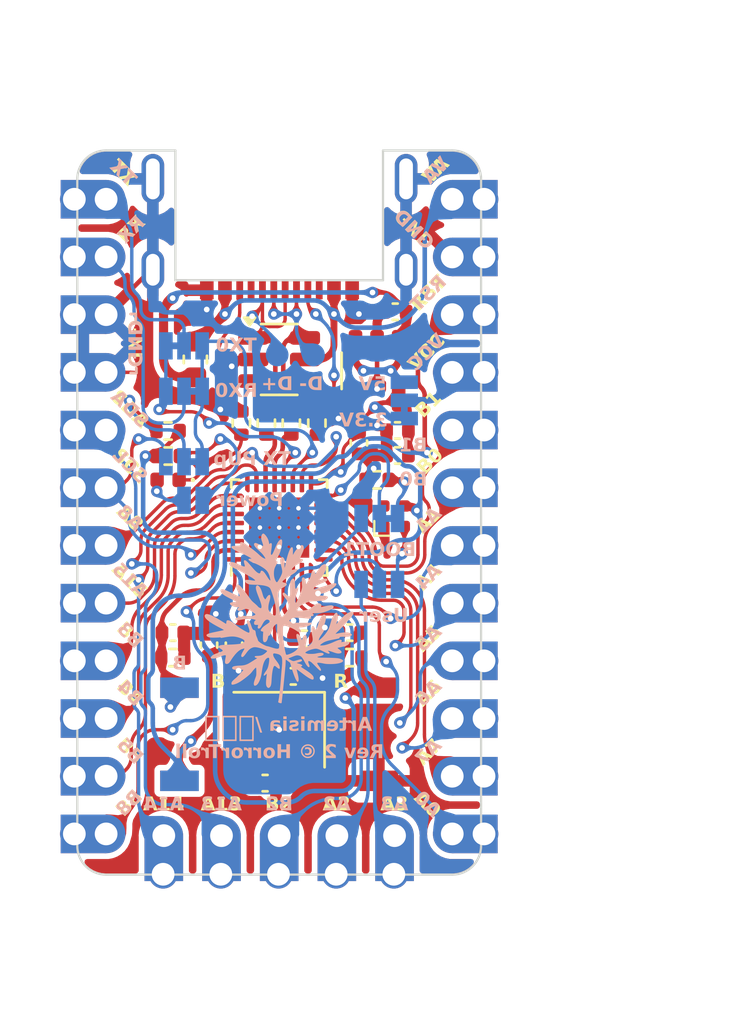
<source format=kicad_pcb>
(kicad_pcb (version 20240108) (generator "pcbnew") (generator_version "8.0")
  (title_block (title "Artemisia") (date "2024-04-25") (rev "2") (comment 1 "Copyright © 2024 HorrorTroll") (comment 2 "GPL2 License"))
  (layers (0 "F.Cu" signal) (31 "B.Cu" signal) (34 "B.Paste" user) (35 "F.Paste" user) (36 "B.SilkS" user "B.Silkscreen") (37 "F.SilkS" user "F.Silkscreen") (38 "B.Mask" user) (39 "F.Mask" user) (44 "Edge.Cuts" user))
  (net 0 "")
  (net 1 "GND")
  (net 2 "XTAL1")
  (net 3 "NRST")
  (net 4 "+5V")
  (net 5 "/DM")
  (net 6 "/DP")
  (net 7 "XTAL2")
  (net 8 "D-")
  (net 9 "D+")
  (net 10 "+3V3")
  (net 11 "BOOT0")
  (net 14 "USART2_TX{slash}A2")
  (net 15 "I2C1_SDA{slash}B7")
  (net 16 "I2C1_SCL{slash}B6")
  (net 17 "BOOT1{slash}B2")
  (net 18 "USART1_RX{slash}A10")
  (net 19 "A15")
  (net 20 "B3")
  (net 21 "B4")
  (net 22 "B5")
  (net 23 "SWCLK{slash}A14")
  (net 24 "SWDIO{slash}A13")
  (net 25 "B8")
  (net 26 "A8")
  (net 27 "B1")
  (net 28 "B0")
  (net 29 "A4")
  (net 30 "A1")
  (net 31 "A0")
  (net 32 "SPI1_SCK{slash}A5")
  (net 33 "SPI1_MISO{slash}A6")
  (net 34 "SPI1_MOSI{slash}A7")
  (net 35 "VBUS")
  (net 36 "/RST")
  (net 37 "Net-(USB1-CC1)")
  (net 38 "Net-(USB1-CC2)")
  (net 40 "Net-(D1-A)")
  (net 41 "B2")
  (net 42 "Net-(JP2-A)")
  (net 43 "D1")
  (net 44 "USART2_RX")
  (net 45 "Net-(JP1-A)")
  (net 46 "A3")
  (net 49 "D0")
  (net 50 "USART1_TX{slash}A9")
  (net 51 "Net-(JP4-C)")
  (net 52 "VCC")
  (net 53 "Net-(JP5-B)")
  (footprint "Capacitor_SMD:C_0402_1005Metric" (layer "F.Cu") (at 8.27 27.85)
    (property "Reference" "C1" (hide yes))
    (property "Value" "22p")
  )
  (footprint "Resistor_SMD:R_0402_1005Metric" (layer "F.Cu") (at 4 12.35)
    (property "Reference" "R8" (hide yes))
    (property "Value" "10k")
  )
  (footprint "Resistor_SMD:R_0402_1005Metric" (layer "F.Cu") (at 13.2 14.5 180)
    (property "Reference" "R7" (hide yes))
    (property "Value" "10k")
  )
  (footprint "Capacitor_SMD:C_0402_1005Metric" (layer "F.Cu") (at 10 21.5 180)
    (property "Reference" "C5" (hide yes))
    (property "Value" "100n")
  )
  (footprint "Package_TO_SOT_SMD:SOT-23-6" (layer "F.Cu") (at 8.89 9.2)
    (property "Reference" "ESD1" (hide yes))
    (property "Value" "SRV05-4")
  )
  (footprint "Capacitor_SMD:C_0402_1005Metric" (layer "F.Cu") (at 14 7.1)
    (property "Reference" "C8" (hide yes))
    (property "Value" "10u")
  )
  (footprint "Resistor_SMD:R_0402_1005Metric" (layer "F.Cu") (at 4.21 22.325 180)
    (property "Reference" "R6" (hide yes))
    (property "Value" "10k")
  )
  (footprint "Capacitor_SMD:C_0402_1005Metric" (layer "F.Cu") (at 14.1 12.325 180)
    (property "Reference" "C9" (hide yes))
    (property "Value" "10u")
  )
  (footprint "Capacitor_SMD:C_0402_1005Metric" (layer "F.Cu") (at 12.4 12.875 90)
    (property "Reference" "C4" (hide yes))
    (property "Value" "100n")
  )
  (footprint "HorrorTroll_lib:USB-C-C168688" (layer "F.Cu") (at 8.903 -0.849526)
    (property "Reference" "USB1" (hide yes))
    (property "Value" "USB-C")
  )
  (footprint "Capacitor_SMD:C_0402_1005Metric" (layer "F.Cu") (at 4.21 21.225 180)
    (property "Reference" "C11" (hide yes))
    (property "Value" "100n")
  )
  (footprint "HorrorTroll_lib:Pinouts_Castellated_Oval_01x05_new" (layer "F.Cu") (at 3.81 30.1625 90)
    (property "Reference" "J3" (hide yes))
    (property "Value" "Conn_01x05")
  )
  (footprint "Resistor_SMD:R_0402_1005Metric" (layer "F.Cu") (at 12 22.325)
    (property "Reference" "R11" (hide yes))
    (property "Value" "100R")
  )
  (footprint "HorrorTroll_lib:SW_SPST_Little_Turtle_2P_no_silk_reversible" (layer "F.Cu") (at 4.5 25.7 -90)
    (property "Reference" "SW2" (hide yes))
    (property "Value" "BOOT0")
  )
  (footprint "Artery_MCU:QFN-32_4x4mm_ThermalVias" (layer "F.Cu") (at 8.89 16.6 90)
    (property "Reference" "U1" (hide yes))
    (property "Value" "AT32F415KxU7-4" (hide yes))
  )
  (footprint "HorrorTroll_lib:SOT-23-5_custom" (layer "F.Cu") (at 13.2 9.7 -90)
    (property "Reference" "RG1" (hide yes))
    (property "Value" "XC6220B331MR")
  )
  (footprint "Fuse:Fuse_0603_1608Metric" (layer "F.Cu") (at 5.2 9.2 -90)
    (property "Reference" "F1" (hide yes))
    (property "Value" "1000mA")
  )
  (footprint "HorrorTroll_lib:SW_SPST_Little_Turtle_2P_no_silk" (layer "F.Cu") (at 13.28 25.7 -90)
    (property "Reference" "SW1" (hide yes))
    (property "Value" "RESET")
  )
  (footprint "Capacitor_SMD:C_0402_1005Metric" (layer "F.Cu") (at 5.8 21.775 -90)
    (property "Reference" "C3" (hide yes))
    (property "Value" "100n")
  )
  (footprint "Capacitor_SMD:C_0402_1005Metric" (layer "F.Cu") (at 9.51 23.15)
    (property "Reference" "C7" (hide yes))
    (property "Value" "22p")
  )
  (footprint "HorrorTroll_lib:LED_SK6805_EC15_1.5x1.5mm" (layer "F.Cu") (at 13.95 16.1 90)
    (property "Reference" "LED1" (hide yes))
    (property "Value" "SK6805-EC15" (hide yes))
  )
  (footprint "Capacitor_SMD:C_0402_1005Metric" (layer "F.Cu") (at 14.1 13.425)
    (property "Reference" "C2" (hide yes))
    (property "Value" "4.7u")
  )
  (footprint "Capacitor_SMD:C_0402_1005Metric" (layer "F.Cu") (at 6.9 21.775 90)
    (property "Reference" "C6" (hide yes))
    (property "Value" "1u")
  )
  (footprint "Crystal:Crystal_SMD_3225-4Pin_3.2x2.5mm" (layer "F.Cu") (at 8.89 25.5 180)
    (property "Reference" "Y1" (hide yes))
    (property "Value" "12MHz")
  )
  (footprint "Resistor_SMD:R_0402_1005Metric" (layer "F.Cu") (at 8.325 12 90)
    (property "Reference" "R1" (hide yes))
    (property "Value" "22R")
  )
  (footprint "Capacitor_SMD:C_0402_1005Metric" (layer "F.Cu") (at 12 21.225)
    (property "Reference" "C10" (hide yes))
    (property "Value" "100n")
  )
  (footprint "Resistor_SMD:R_0402_1005Metric" (layer "F.Cu") (at 7.225 12 -90)
    (property "Reference" "R4" (hide yes))
    (property "Value" "5.1k")
  )
  (footprint "LED_SMD:LED_0402_1005Metric" (layer "F.Cu") (at 4 14.5 180)
    (property "Reference" "D1" (hide yes))
    (property "Value" "Power_LED")
  )
  (footprint "Resistor_SMD:R_0402_1005Metric" (layer "F.Cu") (at 9.425 12 90)
    (property "Reference" "R2" (hide yes))
    (property "Value" "22R")
  )
  (footprint "Resistor_SMD:R_0402_1005Metric" (layer "F.Cu") (at 10.55 12 90)
    (property "Reference" "R3" (hide yes))
    (property "Value" "5.1k")
  )
  (footprint "HorrorTroll_lib:Pinouts_Castellated_Oval_01x12_new_flip" (layer "F.Cu") (at 1.27 2.1463)
    (property "Reference" "J1" (hide yes))
    (property "Value" "Conn_01x12")
  )
  (footprint "Resistor_SMD:R_0402_1005Metric" (layer "F.Cu") (at 4 13.45)
    (property "Reference" "R5" (hide yes))
    (property "Value" "5.1k")
  )
  (footprint "HorrorTroll_lib:Artemisia_silkscreen_new" (layer "B.Cu") (at 8.89 20.6 180)
    (property "Reference" "G***" (hide yes))
    (property "Value" "LOGO" (hide yes))
  )
  (footprint "HorrorTroll_lib:TestPoint_Pad_D1.0mm_no_silk" (layer "B.Cu") (at 8.8 9 180)
    (property "Reference" "TP2" (hide yes))
    (property "Value" "DP")
  )
  (footprint "HorrorTroll_lib:Pinouts_Castellated_Oval_01x12_new" (layer "B.Cu") (at 16.51 2.1463 180)
    (property "Reference" "J2" (hide yes))
    (property "Value" "Conn_01x12")
  )
  (footprint "HorrorTroll_lib:SolderJumper-3_Open_Small" (layer "B.Cu") (at 13.3 19.1)
    (property "Reference" "JP5" (hide yes))
    (property "Value" "Jumper_LED2")
  )
  (footprint "HorrorTroll_lib:SolderJumper-3_Bridged_12_Small" (layer "B.Cu") (at 14.4 11 90)
    (property "Reference" "JP7" (hide yes))
    (property "Value" "Jumper_VCC")
  )
  (footprint "HorrorTroll_lib:SolderJumper-3_Bridged_12_Small" (layer "B.Cu") (at 13.3 16.2 180)
    (property "Reference" "JP2" (hide yes))
    (property "Value" "Jumper_BOOT")
  )
  (footprint "HorrorTroll_lib:TestPoint_Pad_D1.0mm_no_silk" (layer "B.Cu") (at 10.4 9 180)
    (property "Reference" "TP1" (hide yes))
    (property "Value" "DM")
  )
  (footprint "HorrorTroll_lib:SolderJumper-3_Bridged_12_Small" (layer "B.Cu") (at 4.7 13.7 180)
    (property "Reference" "JP4" (hide yes))
    (property "Value" "Jumper_TX")
  )
  (footprint "HorrorTroll_lib:SolderJumper-3_Bridged_12_Small" (layer "B.Cu") (at 4.7 10.6 180)
    (property "Reference" "JP6" (hide yes))
    (property "Value" "Jumper_D1")
  )
  (footprint "HorrorTroll_lib:SolderJumper-3_Bridged_23_Small" (layer "B.Cu") (at 4.7 8.6 180)
    (property "Reference" "JP3" (hide yes))
    (property "Value" "Jumper_D0")
  )
  (footprint "HorrorTroll_lib:SolderJumper-2_Open_Small" (layer "B.Cu") (at 5.1 15.4 180)
    (property "Reference" "JP1" (hide yes))
    (property "Value" "Jumper_LED" (hide yes))
  )
  (gr_line (start 2.35 7.2) (end 2.575 7.2) (stroke (width 0.12)) (layer "B.SilkS"))
  (gr_line (start 2.6 9.8) (end 2.35 9.8) (stroke (width 0.12)) (layer "B.SilkS"))
  (gr_line (start 2.6 9.575) (end 2.6 9.8) (stroke (width 0.12)) (layer "B.SilkS"))
  (gr_line (start 2.575 7.2) (end 2.575 7.45) (stroke (width 0.12)) (layer "B.SilkS"))
  (gr_line (start 2.6 9.575) (end 2.6 9.8) (stroke (width 0.12)) (layer "F.SilkS"))
  (gr_line (start 2.35 7.2) (end 2.575 7.2) (stroke (width 0.12)) (layer "F.SilkS"))
  (gr_line (start 2.6 9.8) (end 2.35 9.8) (stroke (width 0.12)) (layer "F.SilkS"))
  (gr_line (start 2.575 7.2) (end 2.575 7.45) (stroke (width 0.12)) (layer "F.SilkS"))
  (gr_line (start 0 1.27) (end 0 30.607) (stroke (width 0.1)) (layer "Edge.Cuts"))
  (gr_arc (start 16.51 0) (mid 17.408025 0.371974) (end 17.78 1.27) (stroke (width 0.1)) (layer "Edge.Cuts"))
  (gr_line (start 13.462 5.7116) (end 4.318 5.7116) (stroke (width 0.1)) (layer "Edge.Cuts"))
  (gr_arc (start 1.27 31.877) (mid 0.371973 31.505026) (end 0 30.607) (stroke (width 0.1)) (layer "Edge.Cuts"))
  (gr_arc (start 0 1.27) (mid 0.371974 0.371975) (end 1.27 0) (stroke (width 0.1)) (layer "Edge.Cuts"))
  (gr_line (start 17.78 1.27) (end 17.78 30.607) (stroke (width 0.1)) (layer "Edge.Cuts"))
  (gr_line (start 4.318 5.7116) (end 4.318 0) (stroke (width 0.1)) (layer "Edge.Cuts"))
  (gr_line (start 13.462 0) (end 16.51 0) (stroke (width 0.1)) (layer "Edge.Cuts"))
  (gr_line (start 1.27 0) (end 4.318 0) (stroke (width 0.1)) (layer "Edge.Cuts"))
  (gr_line (start 1.27 31.877) (end 16.51 31.877) (stroke (width 0.1)) (layer "Edge.Cuts"))
  (gr_line (start 13.462 0) (end 13.462 5.7116) (stroke (width 0.1)) (layer "Edge.Cuts"))
  (gr_arc (start 17.78 30.607) (mid 17.408024 31.505023) (end 16.51 31.877) (stroke (width 0.1)) (layer "Edge.Cuts"))
  (gr_text "GND" (at 2.5 8.5 270) (layer "B.SilkS") (effects (font (size 0.6 0.6) (thickness 0.12) (bold yes)) (justify mirror)))
  (gr_text "B4" (at 2.3 23.9 315) (layer "B.SilkS") (effects (font (size 0.6 0.6) (thickness 0.12) (bold yes)) (justify mirror)))
  (gr_text "A5" (at 15.48 21.5 45) (layer "B.SilkS") (effects (font (size 0.6 0.6) (thickness 0.12) (bold yes)) (justify mirror)))
  (gr_text "TX" (at 2 1 315) (layer "B.SilkS") (effects (font (size 0.6 0.6) (thickness 0.12) (bold yes)) (justify mirror)))
  (gr_text "B" (at 4.5 22.6 0) (layer "B.SilkS") (effects (font (size 0.6 0.6) (thickness 0.12) (bold yes)) (justify mirror)))
  (gr_text "3.3V" (at 12.6 11.9 0) (layer "B.SilkS") (effects (font (size 0.6 0.6) (thickness 0.12) (bold yes)) (justify mirror)))
  (gr_text "Power" (at 7.6 15.4 0) (layer "B.SilkS") (effects (font (size 0.6 0.6) (thickness 0.12) (bold yes)) (justify mirror)))
  (gr_text "A14" (at 3.8 28.8 0) (layer "B.SilkS") (effects (font (size 0.6 0.6) (thickness 0.12) (bold yes)) (justify mirror)))
  (gr_text "A7" (at 15.48 26.5 45) (layer "B.SilkS") (effects (font (size 0.6 0.6) (thickness 0.12) (bold yes)) (justify mirror)))
  (gr_text "BOOT1" (at 13.3 17.6 0) (layer "B.SilkS") (effects (font (size 0.6 0.6) (thickness 0.12) (bold yes)) (justify mirror)))
  (gr_text "A13" (at 6.34 28.8 0) (layer "B.SilkS") (effects (font (size 0.6 0.6) (thickness 0.12) (bold yes)) (justify mirror)))
  (gr_text "A8" (at 2.3 16.2 315) (layer "B.SilkS") (effects (font (size 0.6 0.6) (thickness 0.12) (bold yes)) (justify mirror)))
  (gr_text "Artemisia /" (at 10.41 25.3 0) (layer "B.SilkS") (effects (font (size 0.6 0.6) (thickness 0.12) (bold yes)) (justify mirror)))
  (gr_text "TX0" (at 7 8.6 0) (layer "B.SilkS") (effects (font (size 0.6 0.6) (thickness 0.12) (bold yes)) (justify mirror)))
  (gr_text "SDA" (at 2.3 11.4 315) (layer "B.SilkS") (effects (font (size 0.6 0.6) (thickness 0.12) (bold yes)) (justify mirror)))
  (gr_text "RX0" (at 7 10.6 0) (layer "B.SilkS") (effects (font (size 0.6 0.6) (thickness 0.12) (bold yes)) (justify mirror)))
  (gr_text "B2" (at 8.88 28.8 0) (layer "B.SilkS") (effects (font (size 0.6 0.6) (thickness 0.12) (bold yes)) (justify mirror)))
  (gr_text "A3" (at 13.96 28.8 0) (layer "B.SilkS") (effects (font (size 0.6 0.6) (thickness 0.12) (bold yes)) (justify mirror)))
  (gr_text "RX" (at 2.4 3.5 45) (layer "B.SilkS") (effects (font (size 0.6 0.6) (thickness 0.12) (bold yes)) (justify mirror)))
  (gr_text "SCL" (at 2.3 13.9 315) (layer "B.SilkS") (effects (font (size 0.6 0.6) (thickness 0.12) (bold yes)) (justify mirror)))
  (gr_text "D+" (at 8.8 10.3 0) (layer "B.SilkS") (effects (font (size 0.6 0.6) (thickness 0.12) (bold yes)) (justify mirror)))
  (gr_text "B3" (at 2.3 21.35 315) (layer "B.SilkS") (effects (font (size 0.6 0.6) (thickness 0.12) (bold yes)) (justify mirror)))
  (gr_text "B0" (at 14.8 14.5 0) (layer "B.SilkS") (effects (font (size 0.6 0.6) (thickness 0.12) (bold yes)) (justify mirror)))
  (gr_text "D-" (at 10.3 10.3 0) (layer "B.SilkS") (effects (font (size 0.6 0.6) (thickness 0.12) (bold yes)) (justify mirror)))
  (gr_text "VA" (at 15.8 0.9 45) (layer "B.SilkS") (effects (font (size 0.6 0.6) (thickness 0.12) (bold yes)) (justify mirror)))
  (gr_text "VCC" (at 15.4 8.9 45) (layer "B.SilkS") (effects (font (size 0.6 0.6) (thickness 0.12) (bold yes)) (justify mirror)))
  (gr_text "User" (at 13.5 20.5 0) (layer "B.SilkS") (effects (font (size 0.6 0.6) (thickness 0.12) (bold yes)) (justify mirror)))
  (gr_text "B8" (at 2.3 28.75 45) (layer "B.SilkS") (effects (font (size 0.6 0.6) (thickness 0.12) (bold yes)) (justify mirror)))
  (gr_text "TX PUp" (at 7.7 13.6 0) (layer "B.SilkS") (effects (font (size 0.6 0.6) (thickness 0.12) (bold yes)) (justify mirror)))
  (gr_text "A15" (at 2.3 18.95 315) (layer "B.SilkS") (effects (font (size 0.6 0.6) (thickness 0.12) (bold yes)) (justify mirror)))
  (gr_text "5V" (at 13 10.299999 0) (layer "B.SilkS") (effects (font (size 0.6 0.6) (thickness 0.12) (bold yes)) (justify mirror)))
  (gr_text "B1" (at 14.8 13 0) (layer "B.SilkS") (effects (font (size 0.6 0.6) (thickness 0.12) (bold yes)) (justify mirror)))
  (gr_text "Rev 2 © HorrorTroll" (at 8.9 26.5 0) (layer "B.SilkS") (effects (font (size 0.6 0.6) (thickness 0.12) (bold yes)) (justify mirror)))
  (gr_text "B5" (at 2.3 26.45 315) (layer "B.SilkS") (effects (font (size 0.6 0.6) (thickness 0.12) (bold yes)) (justify mirror)))
  (gr_text "A2" (at 11.42 28.8 0) (layer "B.SilkS") (effects (font (size 0.6 0.6) (thickness 0.12) (bold yes)) (justify mirror)))
  (gr_text "ヨモギ" (at 6.7 25.4 0) (layer "B.SilkS") (effects (font (size 0.9 0.9) (thickness 0.15) (bold yes)) (justify mirror)))
  (gr_text "A1" (at 15.48 16.3 45) (layer "B.SilkS") (effects (font (size 0.6 0.6) (thickness 0.12) (bold yes)) (justify mirror)))
  (gr_text "A6" (at 15.48 23.9 45) (layer "B.SilkS") (effects (font (size 0.6 0.6) (thickness 0.12) (bold yes)) (justify mirror)))
  (gr_text "GND" (at 14.8 3.5 -45) (layer "B.SilkS") (effects (font (size 0.6 0.6) (thickness 0.12) (bold yes)) (justify mirror)))
  (gr_text "A0" (at 15.4 28.8 315) (layer "B.SilkS") (effects (font (size 0.6 0.6) (thickness 0.12) (bold yes)) (justify mirror)))
  (gr_text "A4" (at 15.48 18.8 45) (layer "B.SilkS") (effects (font (size 0.6 0.6) (thickness 0.12) (bold yes)) (justify mirror)))
  (gr_text "RST" (at 15.48 6.3 45) (layer "B.SilkS") (effects (font (size 0.6 0.6) (thickness 0.12) (bold yes)) (justify mirror)))
  (gr_text "VCC" (at 15.4 8.9 45) (layer "F.SilkS") (effects (font (size 0.6 0.6) (thickness 0.12) (bold yes))))
  (gr_text "SDA" (at 2.3 11.4 315) (layer "F.SilkS") (effects (font (size 0.6 0.6) (thickness 0.12) (bold yes))))
  (gr_text "B0" (at 15.55 13.7 45) (layer "F.SilkS") (effects (font (size 0.6 0.6) (thickness 0.12) (bold yes))))
  (gr_text "RX" (at 2.4 3.5 45) (layer "F.SilkS") (effects (font (size 0.6 0.6) (thickness 0.12) (bold yes))))
  (gr_text "B8" (at 2.3 28.75 45) (layer "F.SilkS") (effects (font (size 0.6 0.6) (thickness 0.12) (bold yes))))
  (gr_text "B2" (at 8.88 28.8 0) (layer "F.SilkS") (effects (font (size 0.6 0.6) (thickness 0.12) (bold yes))))
  (gr_text "VA" (at 15.8 0.9 45) (layer "F.SilkS") (effects (font (size 0.6 0.6) (thickness 0.12) (bold yes))))
  (gr_text "A2" (at 11.42 28.8 0) (layer "F.SilkS") (effects (font (size 0.6 0.6) (thickness 0.12) (bold yes))))
  (gr_text "A0" (at 15.4 28.8 -45) (layer "F.SilkS") (effects (font (size 0.6 0.6) (thickness 0.12) (bold yes))))
  (gr_text "GND" (at 2.5 8.5 270) (layer "F.SilkS") (effects (font (size 0.6 0.6) (thickness 0.12) (bold yes))))
  (gr_text "A13" (at 6.34 28.8 0) (layer "F.SilkS") (effects (font (size 0.6 0.6) (thickness 0.12) (bold yes))))
  (gr_text "A7" (at 15.48 26.5 45) (layer "F.SilkS") (effects (font (size 0.6 0.6) (thickness 0.12) (bold yes))))
  (gr_text "TX" (at 2 1 315) (layer "F.SilkS") (effects (font (size 0.6 0.6) (thickness 0.12) (bold yes))))
  (gr_text "A5" (at 15.48 21.5 45) (layer "F.SilkS") (effects (font (size 0.6 0.6) (thickness 0.12) (bold yes))))
  (gr_text "A3" (at 13.96 28.8 0) (layer "F.SilkS") (effects (font (size 0.6 0.6) (thickness 0.12) (bold yes))))
  (gr_text "A15" (at 2.3 18.95 315) (layer "F.SilkS") (effects (font (size 0.6 0.6) (thickness 0.12) (bold yes))))
  (gr_text "GND" (at 14.8 3.5 -45) (layer "F.SilkS") (effects (font (size 0.6 0.6) (thickness 0.12) (bold yes))))
  (gr_text "B3" (at 2.3 21.35 315) (layer "F.SilkS") (effects (font (size 0.6 0.6) (thickness 0.12) (bold yes))))
  (gr_text "B5" (at 2.3 26.45 315) (layer "F.SilkS") (effects (font (size 0.6 0.6) (thickness 0.12) (bold yes))))
  (gr_text "A14" (at 3.8 28.8 0) (layer "F.SilkS") (effects (font (size 0.6 0.6) (thickness 0.12) (bold yes))))
  (gr_text "A1" (at 15.48 16.3 45) (layer "F.SilkS") (effects (font (size 0.6 0.6) (thickness 0.12) (bold yes))))
  (gr_text "B" (at 6.2 23.4 0) (layer "F.SilkS") (effects (font (size 0.6 0.6) (thickness 0.12) (bold yes))))
  (gr_text "A6" (at 15.48 23.9 45) (layer "F.SilkS") (effects (font (size 0.6 0.6) (thickness 0.12) (bold yes))))
  (gr_text "R" (at 11.6 23.4 0) (layer "F.SilkS") (effects (font (size 0.6 0.6) (thickness 0.12) (bold yes))))
  (gr_text "RST" (at 15.48 6.3 45) (layer "F.SilkS") (effects (font (size 0.6 0.6) (thickness 0.12) (bold yes))))
  (gr_text "B4" (at 2.3 23.9 315) (layer "F.SilkS") (effects (font (size 0.6 0.6) (thickness 0.12) (bold yes))))
  (gr_text "A4" (at 15.48 18.8 45) (layer "F.SilkS") (effects (font (size 0.6 0.6) (thickness 0.12) (bold yes))))
  (gr_text "A8" (at 2.3 16.2 315) (layer "F.SilkS") (effects (font (size 0.6 0.6) (thickness 0.12) (bold yes))))
  (gr_text "SCL" (at 2.3 13.9 315) (layer "F.SilkS") (effects (font (size 0.6 0.6) (thickness 0.12) (bold yes))))
  (gr_text "B1" (at 15.48 11.2 45) (layer "F.SilkS") (effects (font (size 0.6 0.6) (thickness 0.12) (bold yes))))
  (segment (start 12.4 13.355) (end 12.405 13.355) (width 0.3) (layer "F.Cu") (net 1))
  (segment (start 12.4 7.2) (end 13.42 7.2) (width 0.4) (layer "F.Cu") (net 1))
  (segment (start 5.73 21.225) (end 5.8 21.295) (width 0.3) (layer "F.Cu") (net 1))
  (segment (start 5.8 20.844975) (end 5.8 21.295) (width 0.3) (layer "F.Cu") (net 1))
  (segment (start 6.3 11.4) (end 6.046446 11.146446) (width 0.15) (layer "F.Cu") (net 1))
  (segment (start 4.007107 10.707107) (end 3.578863 10.278863) (width 0.15) (layer "F.Cu") (net 1))
  (segment (start 9.99 27.373604) (end 9.99 26.35) (width 0.3) (layer "F.Cu") (net 1))
  (segment (start 12.4 13.355) (end 13.55 13.355) (width 0.3) (layer "F.Cu") (net 1))
  (segment (start 4.69 22.295) (end 4.72 22.325) (width 0.3) (layer "F.Cu") (net 1))
  (segment (start 11.146447 12.05) (end 11.113553 12.05) (width 0.2) (layer "F.Cu") (net 1))
  (segment (start 12.69 14.36) (end 13.05 14) (width 0.3) (layer "F.Cu") (net 1))
  (segment (start 9.99 26.35) (end 9.74 26.35) (width 0.2) (layer "F.Cu") (net 1))
  (segment (start 6.517158 12.017158) (end 7.01 12.51) (width 0.15) (layer "F.Cu") (net 1))
  (segment (start 5.692893 11) (end 4.714214 11) (width 0.15) (layer "F.Cu") (net 1))
  (segment (start 12.69 14.5) (end 12.69 14.36) (width 0.3) (layer "F.Cu") (net 1))
  (segment (start 7.7525 9.2) (end 7.307107 9.2) (width 0.4) (layer "F.Cu") (net 1))
  (segment (start 13.2 10.3) (end 13.2 10.5) (width 0.2) (layer "F.Cu") (net 1))
  (segment (start 6.953553 22.308553) (end 6.9 22.255) (width 0.3) (layer "F.Cu") (net 1))
  (segment (start 7.79 24.65) (end 8.04 24.65) (width 0.2) (layer "F.Cu") (net 1))
  (segment (start 2.341426 9.7663) (end 1.27 9.7663) (width 0.15) (layer "F.Cu") (net 1))
  (segment (start 3.328 5.250474) (end 3.2368 5.250474) (width 0.2) (layer "F.Cu") (net 1))
  (segment (start 13.167347 16.55) (end 13.5 16.55) (width 0.2) (layer "F.Cu") (net 1))
  (segment (start 12.821802 16.390851) (end 12.849149 16.418198) (width 0.2) (layer "F.Cu") (net 1))
  (segment (start 4.69 21.225) (end 4.69 22.295) (width 0.3) (layer "F.Cu") (net 1))
  (segment (start 12.405 13.355) (end 13.05 14) (width 0.3) (layer "F.Cu") (net 1))
  (segment (start 3.328 5.250474) (end 3.245826 5.250474) (width 0.2) (layer "F.Cu") (net 1))
  (segment (start 6.420779 13.5) (end 6.335895 13.5) (width 0.15) (layer "F.Cu") (net 1))
  (segment (start 13.497513 12.202513) (end 13.62 12.325) (width 0.3) (layer "F.Cu") (net 1))
  (segment (start 13.2 12.1) (end 13.250025 12.1) (width 0.3) (layer "F.Cu") (net 1))
  (segment (start 9.513604 27.85) (end 8.75 27.85) (width 0.3) (layer "F.Cu") (net 1))
  (segment (start 13.2 8.5625) (end 13.2 10.3) (width 0.2) (layer "F.Cu") (net 1))
  (segment (start 6.3 11.4) (end 6.312132 11.412132) (width 0.15) (layer "F.Cu") (net 1))
  (segment (start 9.831802 27.718198) (end 9.858198 27.691802) (width 0.3) (layer "F.Cu") (net 1))
  (segment (start 6.990685 13.261465) (end 6.986464 13.265686) (width 0.15) (layer "F.Cu") (net 1))
  (segment (start 13.2 7.627107) (end 13.2 8.5625) (width 0.4) (layer "F.Cu") (net 1))
  (segment (start 4.921682 14.5) (end 4.485 14.5) (width 0.15) (layer "F.Cu") (net 1))
  (segment (start 13.55 13.355) (end 13.62 13.425) (width 0.3) (layer "F.Cu") (net 1))
  (segment (start 11.5 11.8) (end 11.323223 11.976777) (width 0.2) (layer "F.Cu") (net 1))
  (segment (start 13.42 7.2) (end 13.52 7.1) (width 0.4) (layer "F.Cu") (net 1))
  (segment (start 12.249447 7.049447) (end 12.4 7.2) (width 0.4) (layer "F.Cu") (net 1))
  (segment (start 10.936776 12.123224) (end 10.55 12.51) (width 0.2) (layer "F.Cu") (net 1))
  (segment (start 7.01 12.51) (end 7.225 12.51) (width 0.15) (layer "F.Cu") (net 1))
  (segment (start 4.69 21.225) (end 5.73 21.225) (width 0.3) (layer "F.Cu") (net 1))
  (segment (start 7.1 22.662107) (end 7.1 22.9) (width 0.3) (layer "F.Cu") (net 1))
  (segment (start 7.225 12.51) (end 7.225 12.695779) (width 0.15) (layer "F.Cu") (net 1))
  (segment (start 10.065 23.225) (end 9.99 23.15) (width 0.2) (layer "F.Cu") (net 1))
  (segment (start 5.982341 13.646447) (end 5.275236 14.353553) (width 0.15) (layer "F.Cu") (net 1))
  (segment (start 10.48 21.5) (end 10.48 21.42) (width 0.4) (layer "F.Cu") (net 1))
  (segment (start 12.69 14.5) (end 12.69 16.072653) (width 0.2) (layer "F.Cu") (net 1))
  (segment (start 5.902513 20.597487) (end 6.1 20.4) (width 0.3) (layer "F.Cu") (net 1))
  (segment (start 13.62 13.425) (end 13.62 12.325) (width 0.3) (layer "F.Cu") (net 1))
  (segment (start 12.103 6.150474) (end 12.103 6.695893) (width 0.4) (layer "F.Cu") (net 1))
  (segment (start 11.051776 21.151776) (end 10.9 21) (width 0.4) (layer "F.Cu") (net 1))
  (segment (start 3.245826 5.250474) (end 1.27 7.2263) (width 0.2) (layer "F.Cu") (net 1))
  (segment (start 11.52 21.225) (end 11.228553 21.225) (width 0.4) (layer "F.Cu") (net 1))
  (segment (start 9.74 26.35) (end 8.89 25.5) (width 0.2) (layer "F.Cu") (net 1))
  (segment (start 13.52 7.1) (end 13.346446 7.273554) (width 0.4) (layer "F.Cu") (net 1))
  (segment (start 6.953553 9.346447) (end 6.8 9.5) (width 0.4) (layer "F.Cu") (net 1))
  (segment (start 8.04 24.65) (end 8.89 25.5) (width 0.2) (layer "F.Cu") (net 1))
  (segment (start 10.8 23.225) (end 10.065 23.225) (width 0.2) (layer "F.Cu") (net 1))
  (segment (start 6.4 11.624264) (end 6.4 11.734315) (width 0.15) (layer "F.Cu") (net 1))
  (segment (start 10.48 21.42) (end 10.9 21) (width 0.4) (layer "F.Cu") (net 1))
  (via (at 8.89 25.5) (size 0.5) (drill 0.25) (layers "F.Cu" "B.Cu") (net 1))
  (via (at 6.1 20.4) (size 0.5) (drill 0.25) (layers "F.Cu" "B.Cu") (net 1))
  (via (at 12.4 7.2) (size 0.5) (drill 0.25) (layers "F.Cu" "B.Cu") (net 1))
  (via (at 5.7 7) (size 0.5) (drill 0.25) (layers "F.Cu" "B.Cu") (net 1))
  (via (at 13.2 10.5) (size 0.5) (drill 0.25) (layers "F.Cu" "B.Cu") (net 1))
  (via (at 14.2 28.6) (size 0.5) (drill 0.25) (layers "F.Cu" "B.Cu") (net 1))
  (via (at 6.3 11.4) (size 0.5) (drill 0.25) (layers "F.Cu" "B.Cu") (net 1))
  (via (at 7.1 22.9) (size 0.5) (drill 0.25) (layers "F.Cu" "B.Cu") (net 1))
  (via (at 10.9 21) (size 0.5) (drill 0.25) (layers "F.Cu" "B.Cu") (net 1))
  (via (at 13.05 14) (size 0.5) (drill 0.25) (layers "F.Cu" "B.Cu") (net 1))
  (via (at 11.5 11.8) (size 0.5) (drill 0.25) (layers "F.Cu" "B.Cu") (net 1))
  (via (at 10.8 23.225) (size 0.5) (drill 0.25) (layers "F.Cu" "B.Cu") (net 1))
  (via (at 6.8 9.5) (size 0.5) (drill 0.25) (layers "F.Cu" "B.Cu") (net 1))
  (via (at 13.2 12.1) (size 0.5) (drill 0.25) (layers "F.Cu" "B.Cu") (net 1))
  (arc (start 3.578863 10.278863) (mid 3.011122 9.899511) (end 2.341426 9.7663) (width 0.15) (layer "F.Cu") (net 1))
  (arc (start 13.167347 16.55) (mid 12.995139 16.515746) (end 12.849149 16.418198) (width 0.2) (layer "F.Cu") (net 1))
  (arc (start 6.312132 11.412132) (mid 6.377164 11.509459) (end 6.4 11.624264) (width 0.15) (layer "F.Cu") (net 1))
  (arc (start 6.517158 12.017158) (mid 6.430449 11.887389) (end 6.4 11.734315) (width 0.15) (layer "F.Cu") (net 1))
  (arc (start 6.046446 11.146446) (mid 5.884234 11.03806) (end 5.692893 11) (width 0.15) (layer "F.Cu") (net 1))
  (arc (start 11.146447 12.05) (mid 11.242118 12.03097) (end 11.323223 11.976777) (width 0.2) (layer "F.Cu") (net 1))
  (arc (start 12.821802 16.390851) (mid 12.724254 16.244861) (end 12.69 16.072653) (width 0.2) (layer "F.Cu") (net 1))
  (arc (start 11.051776 21.151776) (mid 11.132882 21.205969) (end 11.228553 21.225) (width 0.4) (layer "F.Cu") (net 1))
  (arc (start 11.113553 12.05) (mid 11.017882 12.06903) (end 10.936776 12.123224) (width 0.2) (layer "F.Cu") (net 1))
  (arc (start 13.2 7.627107) (mid 13.23806 7.435766) (end 13.346446 7.273554) (width 0.4) (layer "F.Cu") (net 1))
  (arc (start 7.1 22.662107) (mid 7.06194 22.470765) (end 6.953553 22.308553) (width 0.3) (layer "F.Cu") (net 1))
  (arc (start 5.982341 13.646447) (mid 6.144553 13.53806) (end 6.335895 13.5) (width 0.15) (layer "F.Cu") (net 1))
  (arc (start 6.953553 9.346447) (mid 7.115765 9.23806) (end 7.307107 9.2) (width 0.4) (layer "F.Cu") (net 1))
  (arc (start 5.275236 14.353553) (mid 5.113024 14.46194) (end 4.921682 14.5) (width 0.15) (layer "F.Cu") (net 1))
  (arc (start 7.225 12.695779) (mid 7.164103 13.001926) (end 6.990685 13.261465) (width 0.15) (layer "F.Cu") (net 1))
  (arc (start 6.986464 13.265686) (mid 6.726925 13.439104) (end 6.420779 13.5) (width 0.15) (layer "F.Cu") (net 1))
  (arc (start 12.249447 7.049447) (mid 12.14106 6.887235) (end 12.103 6.695893) (width 0.4) (layer "F.Cu") (net 1))
  (arc (start 5.902513 20.597487) (mid 5.826642 20.711035) (end 5.8 20.844975) (width 0.3) (layer "F.Cu") (net 1))
  (arc (start 9.513604 27.85) (mid 9.685812 27.815746) (end 9.831802 27.718198) (width 0.3) (layer "F.Cu") (net 1))
  (arc (start 9.858198 27.691802) (mid 9.955746 27.545812) (end 9.99 27.373604) (width 0.3) (layer "F.Cu") (net 1))
  (arc (start 13.250025 12.1) (mid 13.383965 12.126642) (end 13.497513 12.202513) (width 0.3) (layer "F.Cu") (net 1))
  (arc (start 4.007107 10.707107) (mid 4.33153 10.92388) (end 4.714214 11) (width 0.15) (layer "F.Cu") (net 1))
  (segment (start 3.328 6.504952) (end 3.328 5.250474) (width 0.2) (layer "B.Cu") (net 1))
  (segment (start 5.450256 7.12548) (end 3.948528 7.12548) (width 0.2) (layer "B.Cu") (net 1))
  (segment (start 3.524264 6.949744) (end 3.503736 6.929216) (width 0.2) (layer "B.Cu") (net 1))
  (segment (start 5.7 7) (end 5.662388 7.037612) (width 0.2) (layer "B.Cu") (net 1))
  (segment (start 9.74 15.75) (end 11.135786 15.75) (width 0.15) (layer "B.Cu") (net 1))
  (segment (start 11.842893 15.457107) (end 12.947488 14.352512) (width 0.15) (layer "B.Cu") (net 1))
  (segment (start 13.05 14.105025) (end 13.05 14) (width 0.15) (layer "B.Cu") (net 1))
  (arc (start 5.450256 7.12548) (mid 5.565061 7.102644) (end 5.662388 7.037612) (width 0.2) (layer "B.Cu") (net 1))
  (arc (start 13.05 14.105025) (mid 13.023358 14.238964) (end 12.947488 14.352512) (width 0.15) (layer "B.Cu") (net 1))
  (arc (start 3.503736 6.929216) (mid 3.373672 6.734562) (end 3.328 6.504952) (width 0.2) (layer "B.Cu") (net 1))
  (arc (start 3.948528 7.12548) (mid 3.718918 7.079808) (end 3.524264 6.949744) (width 0.2) (layer "B.Cu") (net 1))
  (arc (start 11.135786 15.75) (mid 11.518469 15.67388) (end 11.842893 15.457107) (width 0.15) (layer "B.Cu") (net 1))
  (segment (start 7.367893 23.55) (end 6.982107 23.55) (width 0.15) (layer "F.Cu") (net 2))
  (segment (start 6.475 24.057107) (end 6.475 25.797183) (width 0.15) (layer "F.Cu") (net 2))
  (segment (start 7.743553 23.381447) (end 7.721446 23.403554) (width 0.15) (layer "F.Cu") (net 2))
  (segment (start 7.89 18.55) (end 7.89 23.027893) (width 0.15) (layer "F.Cu") (net 2))
  (segment (start 7.027817 26.35) (end 7.79 26.35) (width 0.15) (layer "F.Cu") (net 2))
  (segment (start 6.636092 26.186092) (end 6.638909 26.188909) (width 0.15) (layer "F.Cu") (net 2))
  (segment (start 6.628553 23.696447) (end 6.621446 23.703554) (width 0.15) (layer "F.Cu") (net 2))
  (segment (start 7.79 27.85) (end 7.79 26.35) (width 0.15) (layer "F.Cu") (net 2))
  (arc (start 6.475 25.797183) (mid 6.516866 26.007659) (end 6.636092 26.186092) (width 0.15) (layer "F.Cu") (net 2))
  (arc (start 7.743553 23.381447) (mid 7.85194 23.219235) (end 7.89 23.027893) (width 0.15) (layer "F.Cu") (net 2))
  (arc (start 7.367893 23.55) (mid 7.559234 23.51194) (end 7.721446 23.403554) (width 0.15) (layer "F.Cu") (net 2))
  (arc (start 6.982107 23.55) (mid 6.790765 23.58806) (end 6.628553 23.696447) (width 0.15) (layer "F.Cu") (net 2))
  (arc (start 6.475 24.057107) (mid 6.51306 23.865766) (end 6.621446 23.703554) (width 0.15) (layer "F.Cu") (net 2))
  (arc (start 7.027817 26.35) (mid 6.817341 26.308134) (end 6.638909 26.188909) (width 0.15) (layer "F.Cu") (net 2))
  (segment (start 8.69 18.55) (end 8.69 21.600051) (width 0.15) (layer "F.Cu") (net 3))
  (segment (start 12.48 21.295) (end 12.48 21.225) (width 0.2) (layer "F.Cu") (net 3))
  (segment (start 8.919974 22.119974) (end 8.895025 22.095025) (width 0.15) (layer "F.Cu") (net 3))
  (segment (start 11.49 22.325) (end 9.414949 22.325) (width 0.15) (layer "F.Cu") (net 3))
  (segment (start 11.49 22.325) (end 11.49 22.285) (width 0.2) (layer "F.Cu") (net 3))
  (segment (start 11.49 22.285) (end 12.48 21.295) (width 0.2) (layer "F.Cu") (net 3))
  (arc (start 8.69 21.600051) (mid 8.743284 21.867929) (end 8.895025 22.095025) (width 0.15) (layer "F.Cu") (net 3))
  (arc (start 9.414949 22.325) (mid 9.14707 22.271716) (end 8.919974 22.119974) (width 0.15) (layer "F.Cu") (net 3))
  (segment (start 13.919189 6.470151) (end 14.48 7.030962) (width 0.2) (layer "F.Cu") (net 4))
  (segment (start 4.034315 9.734315) (end 4.053186 9.753186) (width 0.4) (layer "F.Cu") (net 4))
  (segment (start 12.25 8.5625) (end 12.25 9.142893) (width 0.3) (layer "F.Cu") (net 4))
  (segment (start 14.48 7.030962) (end 14.48 7.1) (width 0.2) (layer "F.Cu") (net 4))
  (segment (start 4.618871 9.9875) (end 5.2 9.9875) (width 0.4) (layer "F.Cu") (net 4))
  (segment (start 14.48 7.1) (end 14.48 7.818286) (width 0.4) (layer "F.Cu") (net 4))
  (segment (start 14.187107 8.525393) (end 14.15 8.5625) (width 0.4) (layer "F.Cu") (net 4))
  (segment (start 14.003553 9.496447) (end 13.8 9.7) (width 0.3) (layer "F.Cu") (net 4))
  (segment (start 13 6.250481) (end 13.388859 6.250481) (width 0.2) (layer "F.Cu") (net 4))
  (segment (start 12.396447 9.496447) (end 12.6 9.7) (width 0.3) (layer "F.Cu") (net 4))
  (segment (start 3.8 7.21066) (end 3.8 9.168629) (width 0.4) (layer "F.Cu") (net 4))
  (segment (start 14.15 8.5625) (end 14.15 9.142893) (width 0.3) (layer "F.Cu") (net 4))
  (segment (start 4.2 6.5) (end 4.01967 6.68033) (width 0.4) (layer "F.Cu") (net 4))
  (via (at 13.8 9.7) (size 0.5) (drill 0.25) (layers "F.Cu" "B.Cu") (net 4))
  (via (at 4.2 6.5) (size 0.5) (drill 0.25) (layers "F.Cu" "B.Cu") (net 4))
  (via (at 13 6.250481) (size 0.5) (drill 0.25) (layers "F.Cu" "B.Cu") (net 4))
  (via (at 12.6 9.7) (size 0.5) (drill 0.25) (layers "F.Cu" "B.Cu") (net 4))
  (arc (start 14.003553 9.496447) (mid 14.11194 9.334235) (end 14.15 9.142893) (width 0.3) (layer "F.Cu") (net 4))
  (arc (start 13.388859 6.250481) (mid 13.675872 6.307571) (end 13.919189 6.470151) (width 0.2) (layer "F.Cu") (net 4))
  (arc (start 3.8 9.168629) (mid 3.860897 9.474776) (end 4.034315 9.734315) (width 0.4) (layer "F.Cu") (net 4))
  (arc (start 4.053186 9.753186) (mid 4.312725 9.926604) (end 4.618871 9.9875) (width 0.4) (layer "F.Cu") (net 4))
  (arc (start 4.01967 6.68033) (mid 3.85709 6.923647) (end 3.8 7.21066) (width 0.4) (layer "F.Cu") (net 4))
  (arc (start 12.396447 9.496447) (mid 12.28806 9.334235) (end 12.25 9.142893) (width 0.3) (layer "F.Cu") (net 4))
  (arc (start 14.48 7.818286) (mid 14.40388 8.200969) (end 14.187107 8.525393) (width 0.4) (layer "F.Cu") (net 4))
  (segment (start 13 6.250481) (end 4.656626 6.250481) (width 0.2) (layer "B.Cu") (net 4))
  (segment (start 12.6 9.7) (end 13.8 9.7) (width 0.3) (layer "B.Cu") (net 4))
  (segment (start 4.303072 6.396928) (end 4.2 6.5) (width 0.2) (layer "B.Cu") (net 4))
  (segment (start 14.4 10.2) (end 14.3 10.2) (width 0.3) (layer "B.Cu") (net 4))
  (segment (start 14.3 10.2) (end 13.8 9.7) (width 0.3) (layer "B.Cu") (net 4))
  (arc (start 4.303072 6.396928) (mid 4.465284 6.288541) (end 4.656626 6.250481) (width 0.2) (layer "B.Cu") (net 4))
  (segment (start 9.653 6.150474) (end 9.653 7.2) (width 0.15) (layer "F.Cu") (net 5))
  (segment (start 9.425 11.49) (end 9.215966 11.280966) (width 0.2) (layer "F.Cu") (net 5))
  (segment (start 8.653 6.150474) (end 8.653 7.2) (width 0.15) (layer "F.Cu") (net 5))
  (segment (start 9.536396 8.25) (end 10.0275 8.25) (width 0.2) (layer "F.Cu") (net 5))
  (segment (start 9.201322 8.398678) (end 9.218198 8.381802) (width 0.2) (layer "F.Cu") (net 5))
  (segment (start 9.653 7.668393) (end 9.653 7.2) (width 0.15) (layer "F.Cu") (net 5))
  (segment (start 10.0275 8.25) (end 9.799446 8.021946) (width 0.15) (layer "F.Cu") (net 5))
  (segment (start 9.06952 10.927413) (end 9.06952 8.716876) (width 0.2) (layer "F.Cu") (net 5))
  (via (at 9.653 7.2) (size 0.5) (drill 0.25) (layers "F.Cu" "B.Cu") (net 5))
  (via (at 8.653 7.2) (size 0.5) (drill 0.25) (layers "F.Cu" "B.Cu") (net 5))
  (arc (start 9.536396 8.25) (mid 9.364188 8.284254) (end 9.218198 8.381802) (width 0.2) (layer "F.Cu") (net 5))
  (arc (start 9.06952 8.716876) (mid 9.103774 8.544668) (end 9.201322 8.398678) (width 0.2) (layer "F.Cu") (net 5))
  (arc (start 9.06952 10.927413) (mid 9.10758 11.118754) (end 9.215966 11.280966) (width 0.2) (layer "F.Cu") (net 5))
  (arc (start 9.799446 8.021946) (mid 9.69106 7.859734) (end 9.653 7.668393) (width 0.15) (layer "F.Cu") (net 5))
  (segment (start 9.653 7.838786) (end 9.653 7.2) (width 0.15) (layer "B.Cu") (net 5))
  (segment (start 10.4 9) (end 9.945893 8.545893) (width 0.15) (layer "B.Cu") (net 5))
  (segment (start 9.653 7.2) (end 8.653 7.2) (width 0.15) (layer "B.Cu") (net 5))
  (arc (start 9.945893 8.545893) (mid 9.72912 8.22147) (end 9.653 7.838786) (width 0.15) (layer "B.Cu") (net 5))
  (segment (start 8.581802 8.381802) (end 8.588198 8.388198) (width 0.2) (layer "F.Cu") (net 6))
  (segment (start 8.153 7.428736) (end 8.153 7.642393) (width 0.15) (layer "F.Cu") (net 6))
  (segment (start 8.006553 7.995947) (end 7.7525 8.25) (width 0.15) (layer "F.Cu") (net 6))
  (segment (start 8.72 8.706396) (end 8.72 10.887893) (width 0.2) (layer "F.Cu") (net 6))
  (segment (start 9.051048 7.648952) (end 9.051952 7.648048) (width 0.15) (layer "F.Cu") (net 6))
  (segment (start 9.153 7.404096) (end 9.153 6.150474) (width 0.15) (layer "F.Cu") (net 6))
  (segment (start 8.153 6.639893) (end 8.153 7.428736) (width 0.15) (layer "F.Cu") (net 6))
  (segment (start 8.573553 11.241447) (end 8.325 11.49) (width 0.2) (layer "F.Cu") (net 6))
  (segment (start 8.153 6.639893) (end 8.153 6.150474) (width 0.15) (layer "F.Cu") (net 6))
  (segment (start 7.7 7.3) (end 8.006554 6.993446) (width 0.15) (layer "F.Cu") (net 6))
  (segment (start 8.474264 7.75) (end 8.807096 7.75) (width 0.15) (layer "F.Cu") (net 6))
  (segment (start 7.7525 8.25) (end 8.263604 8.25) (width 0.2) (layer "F.Cu") (net 6))
  (segment (start 8.240868 7.640868) (end 8.262132 7.662132) (width 0.15) (layer "F.Cu") (net 6))
  (via (at 7.7 7.3) (size 0.5) (drill 0.25) (layers "F.Cu" "B.Cu") (net 6))
  (arc (start 8.573553 11.241447) (mid 8.68194 11.079235) (end 8.72 10.887893) (width 0.2) (layer "F.Cu") (net 6))
  (arc (start 8.153 6.639893) (mid 8.11494 6.831234) (end 8.006554 6.993446) (width 0.15) (layer "F.Cu") (net 6))
  (arc (start 8.153 7.428736) (mid 8.175836 7.543541) (end 8.240868 7.640868) (width 0.15) (layer "F.Cu") (net 6))
  (arc (start 8.807096 7.75) (mid 8.939122 7.723739) (end 9.051048 7.648952) (width 0.15) (layer "F.Cu") (net 6))
  (arc (start 8.588198 8.388198) (mid 8.685746 8.534188) (end 8.72 8.706396) (width 0.2) (layer "F.Cu") (net 6))
  (arc (start 8.263604 8.25) (mid 8.435812 8.284254) (end 8.581802 8.381802) (width 0.2) (layer "F.Cu") (net 6))
  (arc (start 8.262132 7.662132) (mid 8.359459 7.727164) (end 8.474264 7.75) (width 0.15) (layer "F.Cu") (net 6))
  (arc (start 9.051952 7.648048) (mid 9.126739 7.536122) (end 9.153 7.404096) (width 0.15) (layer "F.Cu") (net 6))
  (arc (start 8.153 7.642393) (mid 8.11494 7.833735) (end 8.006553 7.995947) (width 0.15) (layer "F.Cu") (net 6))
  (segment (start 8.8 8.814214) (end 8.8 9) (width 0.15) (layer "B.Cu") (net 6))
  (segment (start 7.7 7.3) (end 8.507107 8.107107) (width 0.15) (layer "B.Cu") (net 6))
  (arc (start 8.507107 8.107107) (mid 8.72388 8.43153) (end 8.8 8.814214) (width 0.15) (layer "B.Cu") (net 6))
  (segment (start 9.03 24.047893) (end 9.03 23.15) (width 0.15) (layer "F.Cu") (net 7))
  (segment (start 8.690685 23.15) (end 9.03 23.15) (width 0.15) (layer "F.Cu") (net 7))
  (segment (start 9.425 24.65) (end 9.99 24.65) (width 0.15) (layer "F.Cu") (net 7))
  (segment (start 9.176447 24.401447) (end 9.425 24.65) (width 0.15) (layer "F.Cu") (net 7))
  (segment (start 8.407158 23.032158) (end 8.407843 23.032843) (width 0.15) (layer "F.Cu") (net 7))
  (segment (start 8.29 18.55) (end 8.29 22.749315) (width 0.15) (layer "F.Cu") (net 7))
  (arc (start 9.03 24.047893) (mid 9.06806 24.239235) (end 9.176447 24.401447) (width 0.15) (layer "F.Cu") (net 7))
  (arc (start 8.407843 23.032843) (mid 8.537612 23.119552) (end 8.690685 23.15) (width 0.15) (layer "F.Cu") (net 7))
  (arc (start 8.29 22.749315) (mid 8.320448 22.902389) (end 8.407158 23.032158) (width 0.15) (layer "F.Cu") (net 7))
  (segment (start 9.04952 13.037669) (end 9.04952 12.803553) (width 0.2) (layer "F.Cu") (net 8))
  (segment (start 8.69 14.65) (end 8.69 13.811403) (width 0.2) (layer "F.Cu") (net 8))
  (segment (start 9.23952 12.51) (end 9.425 12.51) (width 0.2) (layer "F.Cu") (net 8))
  (segment (start 9.122744 12.626776) (end 9.23952 12.51) (width 0.2) (layer "F.Cu") (net 8))
  (segment (start 8.836447 13.457849) (end 8.903074 13.391222) (width 0.2) (layer "F.Cu") (net 8))
  (arc (start 8.836447 13.457849) (mid 8.72806 13.620061) (end 8.69 13.811403) (width 0.2) (layer "F.Cu") (net 8))
  (arc (start 9.04952 13.037669) (mid 9.01146 13.22901) (end 8.903074 13.391222) (width 0.2) (layer "F.Cu") (net 8))
  (arc (start 9.04952 12.803553) (mid 9.06855 12.707882) (end 9.122744 12.626776) (width 0.2) (layer "F.Cu") (net 8))
  (segment (start 8.626776 12.626776) (end 8.51 12.51) (width 0.2) (layer "F.Cu") (net 9))
  (segment (start 8.29 14.65) (end 8.29 13.717107) (width 0.2) (layer "F.Cu") (net 9))
  (segment (start 8.7 12.892893) (end 8.7 12.803553) (width 0.2) (layer "F.Cu") (net 9))
  (segment (start 8.51 12.51) (end 8.325 12.51) (width 0.2) (layer "F.Cu") (net 9))
  (segment (start 8.436447 13.363553) (end 8.553554 13.246446) (width 0.2) (layer "F.Cu") (net 9))
  (arc (start 8.436447 13.363553) (mid 8.32806 13.525765) (end 8.29 13.717107) (width 0.2) (layer "F.Cu") (net 9))
  (arc (start 8.7 12.803553) (mid 8.68097 12.707882) (end 8.626776 12.626776) (width 0.2) (layer "F.Cu") (net 9))
  (arc (start 8.553554 13.246446) (mid 8.66194 13.084234) (end 8.7 12.892893) (width 0.2) (layer "F.Cu") (net 9))
  (segment (start 11.103553 14.296447) (end 10.896446 14.503554) (width 0.2) (layer "F.Cu") (net 10))
  (segment (start 3.49 13.45) (end 3 13.45) (width 0.3) (layer "F.Cu") (net 10))
  (segment (start 10.542893 14.65) (end 10.29 14.65) (width 0.2) (layer "F.Cu") (net 10))
  (segment (start 5.8 22.255) (end 5.95 22.405) (width 0.3) (layer "F.Cu") (net 10))
  (segment (start 4.5 27.75) (end 4.5 26.81066) (width 0.3) (layer "F.Cu") (net 10))
  (segment (start 12.4 12.207107) (end 12.4 12.395) (width 0.15) (layer "F.Cu") (net 10))
  (segment (start 7.053553 21.141447) (end 6.9 21.295) (width 0.3) (layer "F.Cu") (net 10))
  (segment (start 11.6 14.15) (end 11.457107 14.15) (width 0.2) (layer "F.Cu") (net 10))
  (segment (start 6.805 21.295) (end 5.845 22.255) (width 0.2) (layer "F.Cu") (net 10))
  (segment (start 7.49 18.55) (end 7.49 19.965025) (width 0.2) (layer "F.Cu") (net 10))
  (segment (start 11.7 13.302107) (end 11.7 13.925736) (width 0.15) (layer "F.Cu") (net 10))
  (segment (start 14.4 15.65) (end 14.542893 15.65) (width 0.3) (layer "F.Cu") (net 10))
  (segment (start 13.153553 11.246447) (end 13.1 11.3) (width 0.2) (layer "F.Cu") (net 10))
  (segment (start 5.95 22.405) (end 5.95 24.42868) (width 0.3) (layer "F.Cu") (net 10))
  (segment (start 12.505 12.395) (end 12.6 12.395) (width 0.15) (layer "F.Cu") (net 10))
  (segment (start 4.51 12.35) (end 4.51 12.43) (width 0.2) (layer "F.Cu") (net 10))
  (segment (start 7.387487 20.212513) (end 7.2 20.4) (width 0.2) (layer "F.Cu") (net 10))
  (segment (start 9.52 20.7) (end 9.52 21.5) (width 0.3) (layer "F.Cu") (net 10))
  (segment (start 4.51 12.43) (end 3.49 13.45) (width 0.2) (layer "F.Cu") (net 10))
  (segment (start 14.896447 15.796447) (end 14.95 15.85) (width 0.3) (layer "F.Cu") (net 10))
  (segment (start 13.680393 11.1) (end 13.507107 11.1) (width 0.2) (layer "F.Cu") (net 10))
  (segment (start 11.846447 12.948553) (end 12.4 12.395) (width 0.15) (layer "F.Cu") (net 10))
  (segment (start 5.845 22.255) (end 5.8 22.255) (width 0.2) (layer "F.Cu") (net 10))
  (segment (start 13.1 11.3) (end 12.546446 11.853554) (width 0.15) (layer "F.Cu") (net 10))
  (segment (start 9.280381 20.460381) (end 9.52 20.7) (width 0.2) (layer "F.Cu") (net 10))
  (segment (start 5.51066 25.48934) (end 5 26) (width 0.3) (layer "F.Cu") (net 10))
  (segment (start 14.58 13.425) (end 14.58 12.325) (width 0.3) (layer "F.Cu") (net 10))
  (segment (start 7.2 20.4) (end 7.2 20.787893) (width 0.3) (layer "F.Cu") (net 10))
  (segment (start 14.033947 10.953553) (end 14.15 10.8375) (width 0.2) (layer "F.Cu") (net 10))
  (segment (start 4.71967 26.28033) (end 5 26) (width 0.3) (layer "F.Cu") (net 10))
  (segment (start 14.58 12.325) (end 14.58 11.474607) (width 0.3) (layer "F.Cu") (net 10))
  (segment (start 14.433553 11.121053) (end 14.15 10.8375) (width 0.3) (layer "F.Cu") (net 10))
  (segment (start 6.9 21.295) (end 6.805 21.295) (width 0.2) (layer "F.Cu") (net 10))
  (segment (start 5.895 22.255) (end 5.8 22.255) (width 0.2) (layer "F.Cu") (net 10))
  (segment (start 9.09 18.55) (end 9.09 20.000761) (width 0.2) (layer "F.Cu") (net 10))
  (segment (start 11.612132 14.137868) (end 11.6 14.15) (width 0.15) (layer "F.Cu") (net 10))
  (via (at 5 26) (size 0.5) (drill 0.25) (layers "F.Cu" "B.Cu") (net 10))
  (via (at 14.95 15.85) (size 0.5) (drill 0.25) (layers "F.Cu" "B.Cu") (net 10))
  (via (at 13.1 11.3) (size 0.5) (drill 0.25) (layers "F.Cu" "B.Cu") (net 10))
  (via (at 3 13.45) (size 0.5) (drill 0.25) (layers "F.Cu" "B.Cu") (net 10))
  (via (at 7.2 20.4) (size 0.5) (drill 0.25) (layers "F.Cu" "B.Cu") (net 10))
  (via (at 9.52 20.7) (size 0.5) (drill 0.25) (layers "F.Cu" "B.Cu") (net 10))
  (via (at 11.6 14.15) (size 0.5) (drill 0.25) (layers "F.Cu" "B.Cu") (net 10))
  (arc (start 13.680393 11.1) (mid 13.871735 11.06194) (end 14.033947 10.953553) (width 0.2) (layer "F.Cu") (net 10))
  (arc (start 12.546446 11.853554) (mid 12.43806 12.015766) (end 12.4 12.207107) (width 0.15) (layer "F.Cu") (net 10))
  (arc (start 9.09 20.000761) (mid 9.139478 20.249506) (end 9.280381 20.460381) (width 0.2) (layer "F.Cu") (net 10))
  (arc (start 11.7 13.925736) (mid 11.677164 14.040541) (end 11.612132 14.137868) (width 0.15) (layer "F.Cu") (net 10))
  (arc (start 14.896447 15.796447) (mid 14.734235 15.68806) (end 14.542893 15.65) (width 0.3) (layer "F.Cu") (net 10))
  (arc (start 11.846447 12.948553) (mid 11.73806 13.110765) (end 11.7 13.302107) (width 0.15) (layer "F.Cu") (net 10))
  (arc (start 7.49 19.965025) (mid 7.463358 20.098965) (end 7.387487 20.212513) (width 0.2) (layer "F.Cu") (net 10))
  (arc (start 7.2 20.787893) (mid 7.16194 20.979235) (end 7.053553 21.141447) (width 0.3) (layer "F.Cu") (net 10))
  (arc (start 14.433553 11.121053) (mid 14.54194 11.283265) (end 14.58 11.474607) (width 0.3) (layer "F.Cu") (net 10))
  (arc (start 5.95 24.42868) (mid 5.835819 25.002705) (end 5.51066 25.48934) (width 0.3) (layer "F.Cu") (net 10))
  (arc (start 13.153553 11.246447) (mid 13.315765 11.13806) (end 13.507107 11.1) (width 0.2) (layer "F.Cu") (net 10))
  (arc (start 10.542893 14.65) (mid 10.734234 14.61194) (end 10.896446 14.503554) (width 0.2) (layer "F.Cu") (net 10))
  (arc (start 4.71967 26.28033) (mid 4.55709 26.523647) (end 4.5 26.81066) (width 0.3) (layer "F.Cu") (net 10))
  (arc (start 11.457107 14.15) (mid 11.265765 14.18806) (end 11.103553 14.296447) (width 0.2) (layer "F.Cu") (net 10))
  (segment (start 15.1 14.507107) (end 15.1 15.555025) (width 0.2) (layer "B.Cu") (net 10))
  (segment (start 9.73967 18.95033) (end 9.77033 18.91967) (width 0.2) (layer "B.Cu") (net 10))
  (segment (start 3.09038 16.607854) (end 3.116665 16.634139) (width 0.2) (layer "B.Cu") (net 10))
  (segment (start 2.9 13.674264) (end 2.9 16.148235) (width 0.2) (layer "B.Cu") (net 10))
  (segment (start 6.85096 15.4939) (end 6.85096 18.192382) (width 0.2) (layer "B.Cu") (net 10))
  (segment (start 4.69939 19.6) (end 4.476346 19.6) (width 0.2) (layer "B.Cu") (net 10))
  (segment (start 11.6 14.15) (end 12.490686 13.259314) (width 0.2) (layer "B.Cu") (net 10))
  (segment (start 3.663173 19.936827) (end 3.661347 19.938653) (width 0.2) (layer "B.Cu") (net 10))
  (segment (start 14.802513 14.002513) (end 14.953554 14.153554) (width 0.2) (layer "B.Cu") (net 10))
  (segment (start 5.91682 17.0149) (end 5.960579 17.058659) (width 0.2) (layer "B.Cu") (net 10))
  (segment (start 14.554594 13.9) (end 14.555025 13.9) (width 0.2) (layer "B.Cu") (net 10))
  (segment (start 13.402513 11.402513) (end 13.653554 11.653554) (width 0.3) (layer "B.Cu") (net 10))
  (segment (start 4.5 26.707107) (end 4.5 27.414214) (width 0.2) (layer "B.Cu") (net 10))
  (segment (start 3.576285 16.82452) (end 5.457201 16.82452) (width 0.2) (layer "B.Cu") (net 10))
  (segment (start 10.441794 14.575) (end 7.76986 14.575) (width 0.2) (layer "B.Cu") (net 10))
  (segment (start 11.149206 14.281802) (end 11.148901 14.282107) (width 0.2) (layer "B.Cu") (net 10))
  (segment (start 3.32452 20.751826) (end 3.32452 22.8351) (width 0.2) (layer "B.Cu") (net 10))
  (segment (start 10.30066 18.7) (end 10.385786 18.7) (width 0.2) (layer "B.Cu") (net 10))
  (segment (start 7.012052 18.581291) (end 7.038909 18.608148) (width 0.2) (layer "B.Cu") (net 10))
  (segment (start 12.297056 17.7) (end 13.027208 17.7) (width 0.2) (layer "B.Cu") (net 10))
  (segment (start 13.056371 13.025) (end 13.203248 13.025) (width 0.2) (layer "B.Cu") (net 10))
  (segment (start 3.236652 23.047232) (end 3.212868 23.071016) (width 0.2) (layer "B.Cu") (net 10))
  (segment (start 14.997487 15.802513) (end 14.95 15.85) (width 0.2) (layer "B.Cu") (net 10))
  (segment (start 13.768934 13.259315) (end 14.307107 13.797488) (width 0.2) (layer "B.Cu") (net 10))
  (segment (start 2.987868 13.512132) (end 3 13.5) (width 0.2) (layer "B.Cu") (net 10))
  (segment (start 15.1 16.572183) (end 15.1 16.103553) (width 0.2) (layer "B.Cu") (net 10))
  (segment (start 5.726264 19.173736) (end 5.724695 19.175305) (width 0.2) (layer "B.Cu") (net 10))
  (segment (start 13.1 11.3) (end 13.155025 11.3) (width 0.3) (layer "B.Cu") (net 10))
  (segment (start 4.5 27.414214) (end 4.5 27.75) (width 0.2) (layer "B.Cu") (net 10))
  (segment (start 6.15096 17.518279) (end 6.15096 18.148431) (width 0.2) (layer "B.Cu") (net 10))
  (segment (start 15.026776 15.926776) (end 14.95 15.85) (width 0.2) (layer "B.Cu") (net 10))
  (segment (start 9.52 20.7) (end 9.52 19.48066) (width 0.2) (layer "B.Cu") (net 10))
  (segment (start 11.092893 18.407107) (end 11.448528 18.051472) (width 0.2) (layer "B.Cu") (net 10))
  (segment (start 14.007107 11.8) (end 14.4 11.8) (width 0.3) (layer "B.Cu") (net 10))
  (segment (start 4.646447 26.353553) (end 5 26) (width 0.2) (layer "B.Cu") (net 10))
  (segment (start 14.911092 16.988908) (end 14.938909 16.961091) (width 0.2) (layer "B.Cu") (net 10))
  (segment (start 7.133464 14.838604) (end 7.114564 14.857504) (width 0.2) (layer "B.Cu") (net 10))
  (segment (start 3.76386 26.26386) (end 4.207107 26.707107) (width 0.2) (layer "B.Cu") (net 10))
  (segment (start 3.32452 24.564901) (end 3.32452 25.2032) (width 0.2) (layer "B.Cu") (net 10))
  (segment (start 3.212868 24.328985) (end 3.236652 24.352769) (width 0.2) (layer "B.Cu") (net 10))
  (segment (start 13.663604 17.436396) (end 13.686396 17.413604) (width 0.2) (layer "B.Cu") (net 10))
  (segment (start 11.6 14.15) (end 11.467404 14.15) (width 0.2) (layer "B.Cu") (net 10))
  (segment (start 14.322792 17.15) (end 14.522183 17.15) (width 0.2) (layer "B.Cu") (net 10))
  (segment (start 7.2 18.997056) (end 7.2 20.4) (width 0.2) (layer "B.Cu") (net 10))
  (segment (start 3.125 23.283148) (end 3.125 24.116853) (width 0.2) (layer "B.Cu") (net 10))
  (arc (start 11.148901 14.282107) (mid 10.824478 14.49888) (end 10.441794 14.575) (width 0.2) (layer "B.Cu") (net 10))
  (arc (start 14.307107 13.797488) (mid 14.420655 13.873358) (end 14.554594 13.9) (width 0.2) (layer "B.Cu") (net 10))
  (arc (start 11.149206 14.281802) (mid 11.295196 14.184254) (end 11.467404 14.15) (width 0.2) (layer "B.Cu") (net 10))
  (arc (start 5.960579 17.058659) (mid 6.101482 17.269534) (end 6.15096 17.518279) (width 0.2) (layer "B.Cu") (net 10))
  (arc (start 4.646447 26.353553) (mid 4.53806 26.515765) (end 4.5 26.707107) (width 0.2) (layer "B.Cu") (net 10))
  (arc (start 3.32452 22.8351) (mid 3.301684 22.949905) (end 3.236652 23.047232) (width 0.2) (layer "B.Cu") (net 10))
  (arc (start 9.52 19.48066) (mid 9.57709 19.193647) (end 9.73967 18.95033) (width 0.2) (layer "B.Cu") (net 10))
  (arc (start 15.1 15.555025) (mid 15.073358 15.688965) (end 14.997487 15.802513) (width 0.2) (layer "B.Cu") (net 10))
  (arc (start 2.987868 13.462132) (mid 2.922836 13.559459) (end 2.9 13.674264) (width 0.2) (layer "B.Cu") (net 10))
  (arc (start 3.116665 16.634139) (mid 3.32754 16.775042) (end 3.576285 16.82452) (width 0.2) (layer "B.Cu") (net 10))
  (arc (start 4.476346 19.6) (mid 4.03626 19.687539) (end 3.663173 19.936827) (width 0.2) (layer "B.Cu") (net 10))
  (arc (start 14.953554 14.153554) (mid 15.06194 14.315766) (end 15.1 14.507107) (width 0.2) (layer "B.Cu") (net 10))
  (arc (start 10.385786 18.7) (mid 10.768469 18.62388) (end 11.092893 18.407107) (width 0.2) (layer "B.Cu") (net 10))
  (arc (start 2.9 16.148235) (mid 2.949478 16.396979) (end 3.09038 16.607854) (width 0.2) (layer "B.Cu") (net 10))
  (arc (start 14.555025 13.9) (mid 14.688965 13.926642) (end 14.802513 14.002513) (width 0.2) (layer "B.Cu") (net 10))
  (arc (start 9.77033 18.91967) (mid 10.013647 18.75709) (end 10.30066 18.7) (width 0.2) (layer "B.Cu") (net 10))
  (arc (start 3.32452 24.564901) (mid 3.301684 24.450096) (end 3.236652 24.352769) (width 0.2) (layer "B.Cu") (net 10))
  (arc (start 6.15096 18.148431) (mid 6.040585 18.703322) (end 5.726264 19.173736) (width 0.2) (layer "B.Cu") (net 10))
  (arc (start 14.522183 17.15) (mid 14.732659 17.108134) (end 14.911092 16.988908) (width 0.2) (layer "B.Cu") (net 10))
  (arc (start 13.027208 17.7) (mid 13.371623 17.631492) (end 13.663604 17.436396) (width 0.2) (layer "B.Cu") (net 10))
  (arc (start 6.85096 15.4939) (mid 6.919468 15.149485) (end 7.114564 14.857504) (width 0.2) (layer "B.Cu") (net 10))
  (arc (start 13.155025 11.3) (mid 13.288965 11.326642) (end 13.402513 11.402513) (width 0.3) (layer "B.Cu") (net 10))
  (arc (start 12.297056 17.7) (mid 11.837836 17.791345) (end 11.448528 18.051472) (width 0.2) (layer "B.Cu") (net 10))
  (arc (start 14.007107 11.8) (mid 13.815766 11.76194) (end 13.653554 11.653554) (width 0.3) (layer "B.Cu") (net 10))
  (arc (start 13.203248 13.025) (mid 13.509395 13.085896) (end 13.768934 13.259315) (width 0.2) (layer "B.Cu") (net 10))
  (arc (start 3.661347 19.938653) (mid 3.412058 20.31174) (end 3.32452 20.751826) (width 0.2) (layer "B.Cu") (net 10))
  (arc (start 3.212868 24.328985) (mid 3.147836 24.231658) (end 3.125 24.116853) (width 0.2) (layer "B.Cu") (net 10))
  (arc (start 13.686396 17.413604) (mid 13.978377 17.218509) (end 14.322792 17.15) (width 0.2) (layer "B.Cu") (net 10))
  (arc (start 12.490686 13.259314) (mid 12.750225 13.085896) (end 13.056371 13.025) (width 0.2) (layer "B.Cu") (net 10))
  (arc (start 15.1 16.103553) (mid 15.08097 16.007882) (end 15.026776 15.926776) (width 0.2) (layer "B.Cu") (net 10))
  (arc (start 6.85096 18.192382) (mid 6.892826 18.402858) (end 7.012052 18.581291) (width 0.2) (layer "B.Cu") (net 10))
  (arc (start 7.038909 18.608148) (mid 7.158134 18.786581) (end 7.2 18.997056) (width 0.2) (layer "B.Cu") (net 10))
  (arc (start 15.1 16.572183) (mid 15.058134 16.782659) (end 14.938909 16.961091) (width 0.2) (layer "B.Cu") (net 10))
  (arc (start 5.457201 16.82452) (mid 5.705945 16.873998) (end 5.91682 17.0149) (width 0.2) (layer "B.Cu") (net 10))
  (arc (start 3.32452 25.2032) (mid 3.438701 25.777225) (end 3.76386 26.26386) (width 0.2) (layer "B.Cu") (net 10))
  (arc (start 3.212868 23.071016) (mid 3.147836 23.168343) (end 3.125 23.283148) (width 0.2) (layer "B.Cu") (net 10))
  (arc (start 5.724695 19.175305) (mid 5.254281 19.489625) (end 4.69939 19.6) (width 0.2) (layer "B.Cu") (net 10))
  (arc (start 7.76986 14.575) (mid 7.425445 14.643508) (end 7.133464 14.838604) (width 0.2) (layer "B.Cu") (net 10))
  (arc (start 4.5 27.414214) (mid 4.42388 27.031531) (end 4.207107 26.707107) (width 0.2) (layer "B.Cu") (net 10))
  (segment (start 3.73 21.225) (end 3.73 20.7896) (width 0.2) (layer "F.Cu") (net 11))
  (segment (start 4.353553 24.246447) (end 4.1 24.5) (width 0.3) (layer "F.Cu") (net 11))
  (segment (start 3.73 21.225) (end 3.73 22.295) (width 0.3) (layer "F.Cu") (net 11))
  (segment (start 6.146446 17.753554) (end 6.153553 17.746447) (width 0.2) (layer "F.Cu") (net 11))
  (segment (start 3.94967 20.25927) (end 4.540567 19.668373) (width 0.2) (layer "F.Cu") (net 11))
  (segment (start 5.247674 19.37548) (end 5.375992 19.37548) (width 0.2) (layer "F.Cu") (net 11))
  (segment (start 3.846447 22.996447) (end 4.5 23.65) (width 0.3) (layer "F.Cu") (net 11))
  (segment (start 5.800256 19.199744) (end 5.824264 19.175736) (width 0.2) (layer "F.Cu") (net 11))
  (segment (start 6 18.751472) (end 6 18.107107) (width 0.2) (layer "F.Cu") (net 11))
  (segment (start 6.507107 17.6) (end 6.94 17.6) (width 0.2) (layer "F.Cu") (net 11))
  (segment (start 4.5 23.65) (end 4.5 23.892893) (width 0.3) (layer "F.Cu") (net 11))
  (segment (start 3.73 22.295) (end 3.7 22.325) (width 0.3) (layer "F.Cu") (net 11))
  (segment (start 3.7 22.325) (end 3.7 22.642893) (width 0.3) (layer "F.Cu") (net 11))
  (via (at 4.1 24.5) (size 0.5) (drill 0.25) (layers "F.Cu" "B.Cu") (net 11))
  (arc (start 4.540567 19.668373) (mid 4.86499 19.4516) (end 5.247674 19.37548) (width 0.2) (layer "F.Cu") (net 11))
  (arc (start 5.800256 19.199744) (mid 5.605602 19.329808) (end 5.375992 19.37548) (width 0.2) (layer "F.Cu") (net 11))
  (arc (start 3.73 20.7896) (mid 3.78709 20.502587) (end 3.94967 20.25927) (width 0.2) (layer "F.Cu") (net 11))
  (arc (start 6.153553 17.746447) (mid 6.315765 17.63806) (end 6.507107 17.6) (width 0.2) (layer "F.Cu") (net 11))
  (arc (start 3.7 22.642893) (mid 3.73806 22.834235) (end 3.846447 22.996447) (width 0.3) (layer "F.Cu") (net 11))
  (arc (start 6 18.107107) (mid 6.03806 17.915766) (end 6.146446 17.753554) (width 0.2) (layer "F.Cu") (net 11))
  (arc (start 5.824264 19.175736) (mid 5.954328 18.981082) (end 6 18.751472) (width 0.2) (layer "F.Cu") (net 11))
  (arc (start 4.353553 24.246447) (mid 4.46194 24.084235) (end 4.5 23.892893) (width 0.3) (layer "F.Cu") (net 11))
  (segment (start 4.353553 24.246447) (end 4.1 24.5) (width 0.3) (layer "B.Cu") (net 11))
  (segment (start 4.5 23.65) (end 4.5 23.892893) (width 0.3) (layer "B.Cu") (net 11))
  (arc (start 4.353553 24.246447) (mid 4.46194 24.084235) (end 4.5 23.892893) (width 0.3) (layer "B.Cu") (net 11))
  (segment (start 10.436447 19.336447) (end 10.6 19.5) (width 0.15) (layer "F.Cu") (net 14))
  (segment (start 10.29 18.55) (end 10.29 18.982893) (width 0.15) (layer "F.Cu") (net 14))
  (via (at 10.6 19.5) (size 0.5) (drill 0.25) (layers "F.Cu" "B.Cu") (net 14))
  (arc (start 10.436447 19.336447) (mid 10.32806 19.174235) (end 10.29 18.982893) (width 0.15) (layer "F.Cu") (net 14))
  (segment (start 12.80096 28.17022) (end 12.80096 23.893785) (width 0.15) (layer "B.Cu") (net 14))
  (segment (start 10.6 19.696447) (end 10.6 19.5) (width 0.15) (layer "B.Cu") (net 14))
  (segment (start 12.61058 23.434166) (end 12.590861 23.414447) (width 0.15) (layer "B.Cu") (net 14))
  (segment (start 10.701776 19.901776) (end 10.673223 19.873223) (width 0.15) (layer "B.Cu") (net 14))
  (segment (start 11.43 30.1625) (end 12.36162 29.23088) (width 0.15) (layer "B.Cu") (net 14))
  (segment (start 11.186292 19.975) (end 10.878553 19.975) (width 0.15) (layer "B.Cu") (net 14))
  (segment (start 12.40048 22.954827) (end 12.40048 21.189188) (width 0.15) (layer "B.Cu") (net 14))
  (segment (start 12.107587 20.482081) (end 11.893399 20.267893) (width 0.15) (layer "B.Cu") (net 14))
  (arc (start 10.878553 19.975) (mid 10.782882 19.95597) (end 10.701776 19.901776) (width 0.15) (layer "B.Cu") (net 14))
  (arc (start 12.36162 29.23088) (mid 12.686779 28.744245) (end 12.80096 28.17022) (width 0.15) (layer "B.Cu") (net 14))
  (arc (start 11.893399 20.267893) (mid 11.568975 20.05112) (end 11.186292 19.975) (width 0.15) (layer "B.Cu") (net 14))
  (arc (start 12.590861 23.414447) (mid 12.449958 23.203572) (end 12.40048 22.954827) (width 0.15) (layer "B.Cu") (net 14))
  (arc (start 10.673223 19.873223) (mid 10.61903 19.792117) (end 10.6 19.696447) (width 0.15) (layer "B.Cu") (net 14))
  (arc (start 12.80096 23.893785) (mid 12.751482 23.645041) (end 12.61058 23.434166) (width 0.15) (layer "B.Cu") (net 14))
  (arc (start 12.40048 21.189188) (mid 12.32436 20.806505) (end 12.107587 20.482081) (width 0.15) (layer "B.Cu") (net 14))
  (segment (start 5.543678 18.456322) (end 5.531802 18.468198) (width 0.15) (layer "F.Cu") (net 15))
  (segment (start 5.67548 17.972687) (end 5.67548 18.138124) (width 0.15) (layer "F.Cu") (net 15))
  (segment (start 5.213604 18.6) (end 5 18.6) (width 0.15) (layer "F.Cu") (net 15))
  (segment (start 6.94 17.2) (end 6.55172 17.2) (width 0.15) (layer "F.Cu") (net 15))
  (segment (start 6.02139 17.41967) (end 5.821926 17.619134) (width 0.15) (layer "F.Cu") (net 15))
  (via (at 5 18.6) (size 0.5) (drill 0.25) (layers "F.Cu" "B.Cu") (net 15))
  (arc (start 5.543678 18.456322) (mid 5.641226 18.310332) (end 5.67548 18.138124) (width 0.15) (layer "F.Cu") (net 15))
  (arc (start 5.67548 17.972687) (mid 5.71354 17.781346) (end 5.821926 17.619134) (width 0.15) (layer "F.Cu") (net 15))
  (arc (start 6.55172 17.2) (mid 6.264707 17.25709) (end 6.02139 17.41967) (width 0.15) (layer "F.Cu") (net 15))
  (arc (start 5.213604 18.6) (mid 5.385812 18.565746) (end 5.531802 18.468198) (width 0.15) (layer "F.Cu") (net 15))
  (segment (start 1.27 12.97) (end 1.27 12.3063) (width 0.15) (layer "B.Cu") (net 15))
  (segment (start 5.228928 18.512132) (end 5.679993 18.061067) (width 0.15) (layer "B.Cu") (net 15))
  (segment (start 2.57548 16.179102) (end 2.57548 14.8968) (width 0.15) (layer "B.Cu") (net 15))
  (segment (start 5.426335 17.14904) (end 3.545418 17.14904) (width 0.15) (layer "B.Cu") (net 15))
  (segment (start 2.909022 16.885436) (end 2.839084 16.815498) (width 0.15) (layer "B.Cu") (net 15))
  (segment (start 5.709283 17.266303) (end 5.709178 17.266198) (width 0.15) (layer "B.Cu") (net 15))
  (segment (start 5.82644 17.707513) (end 5.82644 17.549145) (width 0.15) (layer "B.Cu") (net 15))
  (segment (start 2.13614 13.83614) (end 1.27 12.97) (width 0.15) (layer "B.Cu") (net 15))
  (segment (start 5 18.6) (end 5.016796 18.6) (width 0.15) (layer "B.Cu") (net 15))
  (arc (start 2.57548 16.179102) (mid 2.643988 16.523517) (end 2.839084 16.815498) (width 0.15) (layer "B.Cu") (net 15))
  (arc (start 5.016796 18.6) (mid 5.131601 18.577164) (end 5.228928 18.512132) (width 0.15) (layer "B.Cu") (net 15))
  (arc (start 5.82644 17.549145) (mid 5.795992 17.396072) (end 5.709283 17.266303) (width 0.15) (layer "B.Cu") (net 15))
  (arc (start 5.679993 18.061067) (mid 5.78838 17.898855) (end 5.82644 17.707513) (width 0.15) (layer "B.Cu") (net 15))
  (arc (start 5.709178 17.266198) (mid 5.579409 17.179489) (end 5.426335 17.14904) (width 0.15) (layer "B.Cu") (net 15))
  (arc (start 2.909022 16.885436) (mid 3.201003 17.080531) (end 3.545418 17.14904) (width 0.15) (layer "B.Cu") (net 15))
  (arc (start 2.57548 14.8968) (mid 2.461299 14.322775) (end 2.13614 13.83614) (width 0.15) (layer "B.Cu") (net 15))
  (segment (start 2.7 12.7) (end 2.546446 12.853554) (width 0.15) (layer "F.Cu") (net 16))
  (segment (start 2.18033 14.51967) (end 1.8537 14.8463) (width 0.15) (layer "F.Cu") (net 16))
  (segment (start 5.010367 17.8) (end 5 17.8) (width 0.15) (layer "F.Cu") (net 16))
  (segment (start 5.997804 17.01967) (end 5.36392 17.653554) (width 0.15) (layer "F.Cu") (net 16))
  (segment (start 2.4 13.207107) (end 2.4 13.98934) (width 0.15) (layer "F.Cu") (net 16))
  (segment (start 1.8537 14.8463) (end 1.27 14.8463) (width 0.15) (layer "F.Cu") (net 16))
  (segment (start 6.94 16.8) (end 6.528134 16.8) (width 0.15) (layer "F.Cu") (net 16))
  (via (at 2.7 12.7) (size 0.5) (drill 0.25) (layers "F.Cu" "B.Cu") (net 16))
  (via (at 5 17.8) (size 0.5) (drill 0.25) (layers "F.Cu" "B.Cu") (net 16))
  (arc (start 2.4 13.98934) (mid 2.34291 14.276353) (end 2.18033 14.51967) (width 0.15) (layer "F.Cu") (net 16))
  (arc (start 5.36392 17.653554) (mid 5.201708 17.76194) (end 5.010367 17.8) (width 0.15) (layer "F.Cu") (net 16))
  (arc (start 2.546446 12.853554) (mid 2.43806 13.015766) (end 2.4 13.207107) (width 0.15) (layer "F.Cu") (net 16))
  (arc (start 5.997804 17.01967) (mid 6.241121 16.85709) (end 6.528134 16.8) (width 0.15) (layer "F.Cu") (net 16))
  (segment (start 2.05629 15.63259) (end 1.27 14.8463) (width 0.15) (layer "B.Cu") (net 16))
  (segment (start 3.9 13.7) (end 3.9 13.369239) (width 0.15) (layer "B.Cu") (net 16))
  (segment (start 3.230761 12.7) (end 2.7 12.7) (width 0.15) (layer "B.Cu") (net 16))
  (segment (start 3.709619 12.909619) (end 3.69038 12.89038) (width 0.15) (layer "B.Cu") (net 16))
  (segment (start 5 17.8) (end 4.795006 17.595006) (width 0.15) (layer "B.Cu") (net 16))
  (segment (start 4.441453 17.44856) (end 3.524904 17.448559) (width 0.15) (layer "B.Cu") (net 16))
  (segment (start 2.27596 16.199614) (end 2.27596 16.16292) (width 0.15) (layer "B.Cu") (net 16))
  (segment (start 2.711732 17.111732) (end 2.612787 17.012787) (width 0.15) (layer "B.Cu") (net 16))
  (arc (start 2.612787 17.012787) (mid 2.363498 16.6397) (end 2.27596 16.199614) (width 0.15) (layer "B.Cu") (net 16))
  (arc (start 3.709619 12.909619) (mid 3.850522 13.120494) (end 3.9 13.369239) (width 0.15) (layer "B.Cu") (net 16))
  (arc (start 4.795006 17.595006) (mid 4.632794 17.48662) (end 4.441453 17.44856) (width 0.15) (layer "B.Cu") (net 16))
  (arc (start 2.27596 16.16292) (mid 2.21887 15.875907) (end 2.05629 15.63259) (width 0.15) (layer "B.Cu") (net 16))
  (arc (start 2.711732 17.111732) (mid 3.084818 17.361021) (end 3.524904 17.448559) (width 0.15) (layer "B.Cu") (net 16))
  (arc (start 3.69038 12.89038) (mid 3.479505 12.749478) (end 3.230761 12.7) (width 0.15) (layer "B.Cu") (net 16))
  (segment (start 11.452513 15.097487) (end 11.6 14.95) (width 0.15) (layer "F.Cu") (net 17))
  (segment (start 10.84 15.2) (end 11.205025 15.2) (width 0.15) (layer "F.Cu") (net 17))
  (via (at 11.6 14.95) (size 0.5) (drill 0.25) (layers "F.Cu" "B.Cu") (net 17))
  (arc (start 11.205025 15.2) (mid 11.338965 15.173358) (end 11.452513 15.097487) (width 0.15) (layer "F.Cu") (net 17))
  (segment (start 13.490381 14.709619) (end 13.50962 14.69038) (width 0.15) (layer "B.Cu") (net 17))
  (segment (start 12.425 13.950305) (end 12.425 13.959315) (width 0.15) (layer "B.Cu") (net 17))
  (segment (start 12.307843 14.242157) (end 11.6 14.95) (width 0.15) (layer "B.Cu") (net 17))
  (segment (start 12.713174 13.496446) (end 12.542158 13.667462) (width 0.15) (layer "B.Cu") (net 17))
  (segment (start 13.3 16.2) (end 13.3 15.169239) (width 0.15) (layer "B.Cu") (net 17))
  (segment (start 13.7 14.230761) (end 13.7 13.857107) (width 0.15) (layer "B.Cu") (net 17))
  (segment (start 13.553553 13.503553) (end 13.546446 13.496446) (width 0.15) (layer "B.Cu") (net 17))
  (segment (start 13.192893 13.35) (end 13.066727 13.35) (width 0.15) (layer "B.Cu") (net 17))
  (arc (start 13.7 13.857107) (mid 13.66194 13.665765) (end 13.553553 13.503553) (width 0.15) (layer "B.Cu") (net 17))
  (arc (start 13.546446 13.496446) (mid 13.384234 13.38806) (end 13.192893 13.35) (width 0.15) (layer "B.Cu") (net 17))
  (arc (start 12.425 13.959315) (mid 12.394552 14.112388) (end 12.307843 14.242157) (width 0.15) (layer "B.Cu") (net 17))
  (arc (start 13.3 15.169239) (mid 13.349478 14.920494) (end 13.490381 14.709619) (width 0.15) (layer "B.Cu") (net 17))
  (arc (start 13.066727 13.35) (mid 12.875386 13.38806) (end 12.713174 13.496446) (width 0.15) (layer "B.Cu") (net 17))
  (arc (start 12.542158 13.667462) (mid 12.455449 13.797231) (end 12.425 13.950305) (width 0.15) (layer "B.Cu") (net 17))
  (arc (start 13.50962 14.69038) (mid 13.650522 14.479505) (end 13.7 14.230761) (width 0.15) (layer "B.Cu") (net 17))
  (segment (start 3.824264 11.5) (end 4.98934 11.5) (width 0.15) (layer "F.Cu") (net 18))
  (segment (start 3.6 11.4) (end 3.612132 11.412132) (width 0.15) (layer "F.Cu") (net 18))
  (segment (start 5.51967 11.71967) (end 5.8 12) (width 0.15) (layer "F.Cu") (net 18))
  (segment (start 9.30967 13.59033) (end 9.6 13.3) (width 0.15) (layer "F.Cu") (net 18))
  (segment (start 9.09 14.65) (end 9.09 14.12066) (width 0.15) (layer "F.Cu") (net 18))
  (via (at 3.6 11.4) (size 0.5) (drill 0.25) (layers "F.Cu" "B.Cu") (net 18))
  (via (at 9.6 13.3) (size 0.5) (drill 0.25) (layers "F.Cu" "B.Cu") (net 18))
  (via (at 5.8 12) (size 0.5) (drill 0.25) (layers "F.Cu" "B.Cu") (net 18))
  (arc (start 3.824264 11.5) (mid 3.709459 11.477164) (end 3.612132 11.412132) (width 0.15) (layer "F.Cu") (net 18))
  (arc (start 9.09 14.12066) (mid 9.14709 13.833647) (end 9.30967 13.59033) (width 0.15) (layer "F.Cu") (net 18))
  (arc (start 4.98934 11.5) (mid 5.276353 11.55709) (end 5.51967 11.71967) (width 0.15) (layer "F.Cu") (net 18))
  (segment (start 3.9 10.6) (end 3.9 11.1) (width 0.15) (layer "B.Cu") (net 18))
  (segment (start 8.485786 12.6) (end 7.587074 12.6) (width 0.15) (layer "B.Cu") (net 18))
  (segment (start 7.056744 12.38033) (end 6.896084 12.21967) (width 0.15) (layer "B.Cu") (net 18))
  (segment (start 3.9 11.1) (end 3.6 11.4) (width 0.15) (layer "B.Cu") (net 18))
  (segment (start 6.365754 12) (end 5.8 12) (width 0.15) (layer "B.Cu") (net 18))
  (segment (start 3.9 8.6) (end 3.9 10.6) (width 0.15) (layer "B.Cu") (net 18))
  (segment (start 9.6 13.3) (end 9.192893 12.892893) (width 0.15) (layer "B.Cu") (net 18))
  (arc (start 7.587074 12.6) (mid 7.300061 12.54291) (end 7.056744 12.38033) (width 0.15) (layer "B.Cu") (net 18))
  (arc (start 9.192893 12.892893) (mid 8.86847 12.67612) (end 8.485786 12.6) (width 0.15) (layer "B.Cu") (net 18))
  (arc (start 6.896084 12.21967) (mid 6.652767 12.05709) (end 6.365754 12) (width 0.15) (layer "B.Cu") (net 18))
  (segment (start 3.108547 19.370695) (end 2.772612 19.70663) (width 0.15) (layer "F.Cu") (net 19))
  (segment (start 4.137425 16.39182) (end 3.591821 16.937423) (width 0.15) (layer "F.Cu") (net 19))
  (segment (start 3.40144 17.397043) (end 3.40144 18.663588) (width 0.15) (layer "F.Cu") (net 19))
  (segment (start 5.90346 15.41967) (end 5.356004 15.967126) (width 0.15) (layer "F.Cu") (net 19))
  (segment (start 6.94 15.2) (end 6.43379 15.2) (width 0.15) (layer "F.Cu") (net 19))
  (segment (start 2.242282 19.9263) (end 1.27 19.9263) (width 0.15) (layer "F.Cu") (net 19))
  (segment (start 4.790319 16.20144) (end 4.597044 16.20144) (width 0.15) (layer "F.Cu") (net 19))
  (arc (start 3.40144 18.663588) (mid 3.32532 19.046271) (end 3.108547 19.370695) (width 0.15) (layer "F.Cu") (net 19))
  (arc (start 5.356004 15.967126) (mid 5.096465 16.140544) (end 4.790319 16.20144) (width 0.15) (layer "F.Cu") (net 19))
  (arc (start 3.40144 17.397043) (mid 3.450918 17.148298) (end 3.591821 16.937423) (width 0.15) (layer "F.Cu") (net 19))
  (arc (start 4.597044 16.20144) (mid 4.3483 16.250918) (end 4.137425 16.39182) (width 0.15) (layer "F.Cu") (net 19))
  (arc (start 6.43379 15.2) (mid 6.146777 15.25709) (end 5.90346 15.41967) (width 0.15) (layer "F.Cu") (net 19))
  (arc (start 2.242282 19.9263) (mid 2.529295 19.86921) (end 2.772612 19.70663) (width 0.15) (layer "F.Cu") (net 19))
  (segment (start 2.108067 21.991917) (end 1.633684 22.4663) (width 0.15) (layer "F.Cu") (net 20))
  (segment (start 4.872964 16.50096) (end 4.721109 16.50096) (width 0.15) (layer "F.Cu") (net 20))
  (segment (start 4.26149 16.69134) (end 3.891341 17.061488) (width 0.15) (layer "F.Cu") (net 20))
  (segment (start 5.927046 15.81967) (end 5.50936 16.237356) (width 0.15) (layer "F.Cu") (net 20))
  (segment (start 1.6337 22.4663) (end 1.27 22.4663) (width 0.15) (layer "F.Cu") (net 20))
  (segment (start 3.70096 17.521108) (end 3.70096 18.684101) (width 0.15) (layer "F.Cu") (net 20))
  (segment (start 3.334843 19.567985) (end 2.767076 20.135752) (width 0.15) (layer "F.Cu") (net 20))
  (segment (start 6.94 15.6) (end 6.457376 15.6) (width 0.15) (layer "F.Cu") (net 20))
  (segment (start 2.40096 21.019635) (end 2.40096 21.28481) (width 0.15) (layer "F.Cu") (net 20))
  (arc (start 5.50936 16.237356) (mid 5.217379 16.432452) (end 4.872964 16.50096) (width 0.15) (layer "F.Cu") (net 20))
  (arc (start 4.721109 16.50096) (mid 4.472365 16.550438) (end 4.26149 16.69134) (width 0.15) (layer "F.Cu") (net 20))
  (arc (start 3.70096 18.684101) (mid 3.605809 19.162456) (end 3.334843 19.567985) (width 0.15) (layer "F.Cu") (net 20))
  (arc (start 3.891341 17.061488) (mid 3.750438 17.272363) (end 3.70096 17.521108) (width 0.15) (layer "F.Cu") (net 20))
  (arc (start 6.457376 15.6) (mid 6.170363 15.65709) (end 5.927046 15.81967) (width 0.15) (layer "F.Cu") (net 20))
  (arc (start 2.767076 20.135752) (mid 2.49611 20.541281) (end 2.40096 21.019635) (width 0.15) (layer "F.Cu") (net 20))
  (arc (start 2.40096 21.28481) (mid 2.32484 21.667493) (end 2.108067 21.991917) (width 0.15) (layer "F.Cu") (net 20))
  (segment (start 4.00048 17.645174) (end 4.00048 18.704614) (width 0.15) (layer "F.Cu") (net 21))
  (segment (start 2.407587 24.492413) (end 1.8937 25.0063) (width 0.15) (layer "F.Cu") (net 21))
  (segment (start 6.94 16) (end 6.480962 16) (width 0.15) (layer "F.Cu") (net 21))
  (segment (start 4.385554 16.990861) (end 4.19086 17.185555) (width 0.15) (layer "F.Cu") (net 21))
  (segment (start 4.955608 16.80048) (end 4.845174 16.80048) (width 0.15) (layer "F.Cu") (net 21))
  (segment (start 3.561141 19.765274) (end 2.993373 20.333042) (width 0.15) (layer "F.Cu") (net 21))
  (segment (start 1.8937 25.0063) (end 1.27 25.0063) (width 0.15) (layer "F.Cu") (net 21))
  (segment (start 2.70048 21.040149) (end 2.70048 23.785306) (width 0.15) (layer "F.Cu") (net 21))
  (segment (start 5.950632 16.21967) (end 5.662715 16.507587) (width 0.15) (layer "F.Cu") (net 21))
  (arc (start 6.480962 16) (mid 6.193949 16.05709) (end 5.950632 16.21967) (width 0.15) (layer "F.Cu") (net 21))
  (arc (start 4.845174 16.80048) (mid 4.596429 16.849958) (end 4.385554 16.990861) (width 0.15) (layer "F.Cu") (net 21))
  (arc (start 4.00048 17.645174) (mid 4.049958 17.39643) (end 4.19086 17.185555) (width 0.15) (layer "F.Cu") (net 21))
  (arc (start 2.70048 23.785306) (mid 2.62436 24.167989) (end 2.407587 24.492413) (width 0.15) (layer "F.Cu") (net 21))
  (arc (start 3.561141 19.765274) (mid 3.8863 19.278639) (end 4.00048 18.704614) (width 0.15) (layer "F.Cu") (net 21))
  (arc (start 2.993373 20.333042) (mid 2.7766 20.657465) (end 2.70048 21.040149) (width 0.15) (layer "F.Cu") (net 21))
  (arc (start 4.955608 16.80048) (mid 5.338291 16.72436) (end 5.662715 16.507587) (width 0.15) (layer "F.Cu") (net 21))
  (segment (start 2.374117 26.240097) (end 2.374117 26.715223) (width 0.15) (layer "F.Cu") (net 22))
  (segment (start 4.3 17.769239) (end 4.3 18.725126) (width 0.15) (layer "F.Cu") (net 22))
  (segment (start 4.509619 17.290381) (end 4.49038 17.30962) (width 0.15) (layer "F.Cu") (net 22))
  (segment (start 2.707107 25.492893) (end 2.667009 25.532991) (width 0.15) (layer "F.Cu") (net 22))
  (segment (start 6.94 16.4) (end 6.504548 16.4) (width 0.15) (layer "F.Cu") (net 22))
  (segment (start 2.154447 27.245553) (end 1.8537 27.5463) (width 0.15) (layer "F.Cu") (net 22))
  (segment (start 3.787437 19.962563) (end 3.21967 20.53033) (width 0.15) (layer "F.Cu") (net 22))
  (segment (start 1.8537 27.5463) (end 1.27 27.5463) (width 0.15) (layer "F.Cu") (net 22))
  (segment (start 5.974218 16.61967) (end 5.81607 16.777818) (width 0.15) (layer "F.Cu") (net 22))
  (segment (start 5.038253 17.1) (end 4.969239 17.1) (width 0.15) (layer "F.Cu") (net 22))
  (segment (start 3 21.06066) (end 3 24.785787) (width 0.15) (layer "F.Cu") (net 22))
  (arc (start 5.81607 16.777818) (mid 5.459204 17.016268) (end 5.038253 17.1) (width 0.15) (layer "F.Cu") (net 22))
  (arc (start 6.504548 16.4) (mid 6.217535 16.45709) (end 5.974218 16.61967) (width 0.15) (layer "F.Cu") (net 22))
  (arc (start 2.667009 25.532991) (mid 2.450237 25.857414) (end 2.374117 26.240097) (width 0.15) (layer "F.Cu") (net 22))
  (arc (start 2.374117 26.715223) (mid 2.317027 27.002236) (end 2.154447 27.245553) (width 0.15) (layer "F.Cu") (net 22))
  (arc (start 4.3 18.725126) (mid 4.166789 19.394822) (end 3.787437 19.962563) (width 0.15) (layer "F.Cu") (net 22))
  (arc (start 4.969239 17.1) (mid 4.720494 17.149478) (end 4.509619 17.290381) (width 0.15) (layer "F.Cu") (net 22))
  (arc (start 3.21967 20.53033) (mid 3.05709 20.773647) (end 3 21.06066) (width 0.15) (layer "F.Cu") (net 22))
  (arc (start 4.49038 17.30962) (mid 4.349478 17.520495) (end 4.3 17.769239) (width 0.15) (layer "F.Cu") (net 22))
  (arc (start 3 24.785787) (mid 2.92388 25.16847) (end 2.707107 25.492893) (width 0.15) (layer "F.Cu") (net 22))
  (segment (start 4.707675 15.90192) (end 4.472978 15.90192) (width 0.15) (layer "F.Cu") (net 23))
  (segment (start 5.956651 14.942893) (end 5.202649 15.696895) (width 0.15) (layer "F.Cu") (net 23))
  (segment (start 4.013358 16.092301) (end 3.2923 16.813359) (width 0.15) (layer "F.Cu") (net 23))
  (segment (start 2.955473 18.644527) (end 2.7 18.9) (width 0.15) (layer "F.Cu") (net 23))
  (segment (start 3.10192 17.272978) (end 3.10192 18.290973) (width 0.15) (layer "F.Cu") (net 23))
  (segment (start 7.49 14.65) (end 6.663758 14.65) (width 0.15) (layer "F.Cu") (net 23))
  (via (at 2.7 18.9) (size 0.5) (drill 0.25) (layers "F.Cu" "B.Cu") (net 23))
  (arc (start 4.707675 15.90192) (mid 4.975553 15.848636) (end 5.202649 15.696895) (width 0.15) (layer "F.Cu") (net 23))
  (arc (start 4.472978 15.90192) (mid 4.224233 15.951398) (end 4.013358 16.092301) (width 0.15) (layer "F.Cu") (net 23))
  (arc (start 3.10192 17.272978) (mid 3.151398 17.024234) (end 3.2923 16.813359) (width 0.15) (layer "F.Cu") (net 23))
  (arc (start 5.956651 14.942893) (mid 6.281074 14.72612) (end 6.663758 14.65) (width 0.15) (layer "F.Cu") (net 23))
  (arc (start 3.10192 18.290973) (mid 3.06386 18.482315) (end 2.955473 18.644527) (width 0.15) (layer "F.Cu") (net 23))
  (segment (start 2.5 24.375736) (end 2.5 23.024264) (width 0.15) (layer "B.Cu") (net 23))
  (segment (start 2.612132 24.612132) (end 2.587868 24.587868) (width 0.15) (layer "B.Cu") (net 23))
  (segment (start 3.81 30.1625) (end 2.992893 29.345393) (width 0.15) (layer "B.Cu") (net 23))
  (segment (start 2.7 28.638286) (end 2.7 24.824264) (width 0.15) (layer "B.Cu") (net 23))
  (segment (start 2.587868 22.812132) (end 2.612132 22.787868) (width 0.15) (layer "B.Cu") (net 23))
  (segment (start 2.7 22.575736) (end 2.7 18.9) (width 0.15) (layer "B.Cu") (net 23))
  (arc (start 2.612132 24.612132) (mid 2.677164 24.709459) (end 2.7 24.824264) (width 0.15) (layer "B.Cu") (net 23))
  (arc (start 2.5 23.024264) (mid 2.522836 22.909459) (end 2.587868 22.812132) (width 0.15) (layer "B.Cu") (net 23))
  (arc (start 2.7 28.638286) (mid 2.77612 29.020969) (end 2.992893 29.345393) (width 0.15) (layer "B.Cu") (net 23))
  (arc (start 2.587868 24.587868) (mid 2.522836 24.490541) (end 2.5 24.375736) (width 0.15) (layer "B.Cu") (net 23))
  (arc (start 2.612132 22.787868) (mid 2.677164 22.690541) (end 2.7 22.575736) (width 0.15) (layer "B.Cu") (net 23))
  (segment (start 7.767158 13.967158) (end 7.772843 13.972843) (width 0.15) (layer "F.Cu") (net 24))
  (segment (start 7.89 14.255685) (end 7.89 14.65) (width 0.15) (layer "F.Cu") (net 24))
  (segment (start 2.4024 18.2) (end 2.655954 17.946446) (width 0.15) (layer "F.Cu") (net 24))
  (segment (start 2.8024 17.592893) (end 2.8024 17.148912) (width 0.15) (layer "F.Cu") (net 24))
  (segment (start 2.4 18.2024) (end 2.4024 18.2) (width 0.15) (layer "F.Cu") (net 24))
  (segment (start 7.415685 13.85) (end 7.484315 13.85) (width 0.15) (layer "F.Cu") (net 24))
  (segment (start 2.992781 16.689292) (end 3.889293 15.79278) (width 0.15) (layer "F.Cu") (net 24))
  (segment (start 6.436138 14.35048) (end 6.43886 14.35048) (width 0.15) (layer "F.Cu") (net 24))
  (segment (start 6.96919 14.13081) (end 7.132843 13.967157) (width 0.15) (layer "F.Cu") (net 24))
  (segment (start 2.4024 18.2) (end 2.4 18.2) (width 0.15) (layer "F.Cu") (net 24))
  (segment (start 5.049294 15.426664) (end 5.905808 14.57015) (width 0.15) (layer "F.Cu") (net 24))
  (segment (start 4.348912 15.6024) (end 4.62503 15.6024) (width 0.15) (layer "F.Cu") (net 24))
  (segment (start 2.4 18.2) (end 2.4 18.2024) (width 0.15) (layer "F.Cu") (net 24))
  (via (at 2.4 18.2) (size 0.5) (drill 0.25) (layers "F.Cu" "B.Cu") (net 24))
  (arc (start 3.889293 15.79278) (mid 4.100168 15.651878) (end 4.348912 15.6024) (width 0.15) (layer "F.Cu") (net 24))
  (arc (start 7.415685 13.85) (mid 7.262612 13.880448) (end 7.132843 13.967157) (width 0.15) (layer "F.Cu") (net 24))
  (arc (start 5.905808 14.57015) (mid 6.149125 14.40757) (end 6.436138 14.35048) (width 0.15) (layer "F.Cu") (net 24))
  (arc (start 7.484315 13.85) (mid 7.637389 13.880448) (end 7.767158 13.967158) (width 0.15) (layer "F.Cu") (net 24))
  (arc (start 6.43886 14.35048) (mid 6.725873 14.29339) (end 6.96919 14.13081) (width 0.15) (layer "F.Cu") (net 24))
  (arc (start 7.89 14.255685) (mid 7.859552 14.102612) (end 7.772843 13.972843) (width 0.15) (layer "F.Cu") (net 24))
  (arc (start 2.992781 16.689292) (mid 2.851878 16.900167) (end 2.8024 17.148912) (width 0.15) (layer "F.Cu") (net 24))
  (arc (start 2.655954 17.946446) (mid 2.76434 17.784234) (end 2.8024 17.592893) (width 0.15) (layer "F.Cu") (net 24))
  (arc (start 5.049294 15.426664) (mid 4.85464 15.556728) (end 4.62503 15.6024) (width 0.15) (layer "F.Cu") (net 24))
  (segment (start 2.99952 22.70048) (end 2.99952 20.252562) (width 0.15) (layer "B.Cu") (net 24))
  (segment (start 2.99952 27.947438) (end 2.99952 24.69952) (width 0.15) (layer "B.Cu") (net 24))
  (segment (start 2.992893 18.2) (end 2.4 18.2) (width 0.15) (layer "B.Cu") (net 24))
  (segment (start 3.353553 18.353553) (end 3.346446 18.346446) (width 0.15) (layer "B.Cu") (net 24))
  (segment (start 2.8 24.251472) (end 2.8 23.148528) (width 0.15) (layer "B.Cu") (net 24))
  (segment (start 3.248479 19.651521) (end 3.251041 19.648959) (width 0.15) (layer "B.Cu") (net 24))
  (segment (start 2.911652 24.487388) (end 2.887868 24.463604) (width 0.15) (layer "B.Cu") (net 24))
  (segment (start 3.251041 28.551041) (end 3.248479 28.548479) (width 0.15) (layer "B.Cu") (net 24))
  (segment (start 3.5 19.047918) (end 3.5 18.707107) (width 0.15) (layer "B.Cu") (net 24))
  (segment (start 6.35 30.1625) (end 5.42684 29.23934) (width 0.15) (layer "B.Cu") (net 24))
  (segment (start 2.887868 22.936396) (end 2.911652 22.912612) (width 0.15) (layer "B.Cu") (net 24))
  (segment (start 4.36618 28.8) (end 3.852082 28.8) (width 0.15) (layer "B.Cu") (net 24))
  (arc (start 2.911652 24.487388) (mid 2.976684 24.584715) (end 2.99952 24.69952) (width 0.15) (layer "B.Cu") (net 24))
  (arc (start 3.248479 28.548479) (mid 3.064222 28.272719) (end 2.99952 27.947438) (width 0.15) (layer "B.Cu") (net 24))
  (arc (start 3.852082 28.8) (mid 3.526801 28.735298) (end 3.251041 28.551041) (width 0.15) (layer "B.Cu") (net 24))
  (arc (start 3.5 18.707107) (mid 3.46194 18.515765) (end 3.353553 18.353553) (width 0.15) (layer "B.Cu") (net 24))
  (arc (start 2.887868 24.463604) (mid 2.822836 24.366277) (end 2.8 24.251472) (width 0.15) (layer "B.Cu") (net 24))
  (arc (start 2.8 23.148528) (mid 2.822836 23.033723) (end 2.887868 22.936396) (width 0.15) (layer "B.Cu") (net 24))
  (arc (start 3.346446 18.346446) (mid 3.184234 18.23806) (end 2.992893 18.2) (width 0.15) (layer "B.Cu") (net 24))
  (arc (start 3.251041 19.648959) (mid 3.435298 19.373199) (end 3.5 19.047918) (width 0.15) (layer "B.Cu") (net 24))
  (arc (start 2.911652 22.912612) (mid 2.976684 22.815285) (end 2.99952 22.70048) (width 0.15) (layer "B.Cu") (net 24))
  (arc (start 5.42684 29.23934) (mid 4.940205 28.914181) (end 4.36618 28.8) (width 0.15) (layer "B.Cu") (net 24))
  (arc (start 2.99952 20.252562) (mid 3.064222 19.927281) (end 3.248479 19.651521) (width 0.15) (layer "B.Cu") (net 24))
  (segment (start 5.814214 19.7) (end 6.18934 19.7) (width 0.15) (layer "F.Cu") (net 25))
  (segment (start 6.71967 19.48033) (end 6.72033 19.47967) (width 0.15) (layer "F.Cu") (net 25))
  (segment (start 2.673637 26.260609) (end 2.673637 28.061343) (width 0.15) (layer "F.Cu") (net 25))
  (segment (start 4.8 20.3) (end 5.107107 19.992893) (width 0.15) (layer "F.Cu") (net 25))
  (segment (start 4.2 25.5) (end 3.434246 25.5) (width 0.15) (layer "F.Cu") (net 25))
  (segment (start 2.903916 25.71967) (end 2.893307 25.730279) (width 0.15) (layer "F.Cu") (net 25))
  (segment (start 2.234297 29.122003) (end 1.27 30.0863) (width 0.15) (layer "F.Cu") (net 25))
  (segment (start 6.94 18.94934) (end 6.94 18) (width 0.15) (layer "F.Cu") (net 25))
  (via (at 4.8 20.3) (size 0.5) (drill 0.25) (layers "F.Cu" "B.Cu") (net 25))
  (via (at 4.2 25.5) (size 0.5) (drill 0.25) (layers "F.Cu" "B.Cu") (net 25))
  (arc (start 6.72033 19.47967) (mid 6.88291 19.236353) (end 6.94 18.94934) (width 0.15) (layer "F.Cu") (net 25))
  (arc (start 2.673637 28.061343) (mid 2.559456 28.635368) (end 2.234297 29.122003) (width 0.15) (layer "F.Cu") (net 25))
  (arc (start 6.18934 19.7) (mid 6.476353 19.64291) (end 6.71967 19.48033) (width 0.15) (layer "F.Cu") (net 25))
  (arc (start 5.107107 19.992893) (mid 5.43153 19.77612) (end 5.814214 19.7) (width 0.15) (layer "F.Cu") (net 25))
  (arc (start 3.434246 25.5) (mid 3.147233 25.55709) (end 2.903916 25.71967) (width 0.15) (layer "F.Cu") (net 25))
  (arc (start 2.893307 25.730279) (mid 2.730727 25.973596) (end 2.673637 26.260609) (width 0.15) (layer "F.Cu") (net 25))
  (segment (start 4.8 20.3) (end 4.978554 20.478554) (width 0.15) (layer "B.Cu") (net 25))
  (segment (start 5.745191 22.889734) (end 5.745191 24.344149) (width 0.15) (layer "B.Cu") (net 25))
  (segment (start 5.432538 22.142157) (end 5.437652 22.147271) (width 0.15) (layer "B.Cu") (net 25))
  (segment (start 4.453553 25.246447) (end 4.2 25.5) (width 0.15) (layer "B.Cu") (net 25))
  (segment (start 5.125 20.832107) (end 5.125 21.399694) (width 0.15) (layer "B.Cu") (net 25))
  (segment (start 4.98934 25.1) (end 4.807107 25.1) (width 0.15) (layer "B.Cu") (net 25))
  (segment (start 5.525521 24.874479) (end 5.51967 24.88033) (width 0.15) (layer "B.Cu") (net 25))
  (arc (start 5.437652 22.147271) (mid 5.665264 22.487916) (end 5.745191 22.889734) (width 0.15) (layer "B.Cu") (net 25))
  (arc (start 5.51967 24.88033) (mid 5.276353 25.04291) (end 4.98934 25.1) (width 0.15) (layer "B.Cu") (net 25))
  (arc (start 5.525521 24.874479) (mid 5.688101 24.631162) (end 5.745191 24.344149) (width 0.15) (layer "B.Cu") (net 25))
  (arc (start 4.453553 25.246447) (mid 4.615765 25.13806) (end 4.807107 25.1) (width 0.15) (layer "B.Cu") (net 25))
  (arc (start 5.125 21.399694) (mid 5.204927 21.801512) (end 5.432538 22.142157) (width 0.15) (layer "B.Cu") (net 25))
  (arc (start 5.125 20.832107) (mid 5.08694 20.640766) (end 4.978554 20.478554) (width 0.15) (layer "B.Cu") (net 25))
  (segment (start 4.542386 15.30288) (end 4.224846 15.30288) (width 0.15) (layer "F.Cu") (net 26))
  (segment (start 11.4 13.092893) (end 11.4 12.6) (width 0.15) (layer "F.Cu") (net 26))
  (segment (start 6.418347 14.05096) (end 6.312074 14.05096) (width 0.15) (layer "F.Cu") (net 26))
  (segment (start 3.765227 15.49326) (end 1.872186 17.3863) (width 0.15) (layer "F.Cu") (net 26))
  (segment (start 11.253553 13.446447) (end 11.06967 13.63033) (width 0.15) (layer "F.Cu") (net 26))
  (segment (start 7.7 13.3) (end 7.52139 13.3) (width 0.15) (layer "F.Cu") (net 26))
  (segment (start 9.89 14.319982) (end 9.89 14.65) (width 0.15) (layer "F.Cu") (net 26))
  (segment (start 1.872186 17.3863) (end 1.27 17.3863) (width 0.15) (layer "F.Cu") (net 26))
  (segment (start 7.273903 13.402512) (end 6.7719 13.904514) (width 0.15) (layer "F.Cu") (net 26))
  (segment (start 10.53934 13.85) (end 10.359982 13.85) (width 0.15) (layer "F.Cu") (net 26))
  (segment (start 5.781744 14.27063) (end 4.895939 15.156434) (width 0.15) (layer "F.Cu") (net 26))
  (segment (start 10.041784 13.981802) (end 10.021802 14.001784) (width 0.15) (layer "F.Cu") (net 26))
  (via (at 11.4 12.6) (size 0.5) (drill 0.25) (layers "F.Cu" "B.Cu") (net 26))
  (via (at 7.7 13.3) (size 0.5) (drill 0.25) (layers "F.Cu" "B.Cu") (net 26))
  (arc (start 10.359982 13.85) (mid 10.187774 13.884254) (end 10.041784 13.981802) (width 0.15) (layer "F.Cu") (net 26))
  (arc (start 3.765227 15.49326) (mid 3.976102 15.352358) (end 4.224846 15.30288) (width 0.15) (layer "F.Cu") (net 26))
  (arc (start 5.781744 14.27063) (mid 6.025061 14.10805) (end 6.312074 14.05096) (width 0.15) (layer "F.Cu") (net 26))
  (arc (start 6.418347 14.05096) (mid 6.609688 14.0129) (end 6.7719 13.904514) (width 0.15) (layer "F.Cu") (net 26))
  (arc (start 11.4 13.092893) (mid 11.36194 13.284235) (end 11.253553 13.446447) (width 0.15) (layer "F.Cu") (net 26))
  (arc (start 4.895939 15.156434) (mid 4.733727 15.26482) (end 4.542386 15.30288) (width 0.15) (layer "F.Cu") (net 26))
  (arc (start 11.06967 13.63033) (mid 10.826353 13.79291) (end 10.53934 13.85) (width 0.15) (layer "F.Cu") (net 26))
  (arc (start 10.021802 14.001784) (mid 9.924254 14.147774) (end 9.89 14.319982) (width 0.15) (layer "F.Cu") (net 26))
  (arc (start 7.52139 13.3) (mid 7.387451 13.326642) (end 7.273903 13.402512) (width 0.15) (layer "F.Cu") (net 26))
  (segment (start 10.410729 13.9) (end 8.714214 13.9) (width 0.15) (layer "B.Cu") (net 26))
  (segment (start 11.297487 13.178927) (end 10.693571 13.782843) (width 0.15) (layer "B.Cu") (net 26))
  (segment (start 8.007107 13.607107) (end 7.7 13.3) (width 0.15) (layer "B.Cu") (net 26))
  (segment (start 11.4 12.931439) (end 11.4 12.6) (width 0.15) (layer "B.Cu") (net 26))
  (arc (start 11.4 12.931439) (mid 11.373358 13.065379) (end 11.297487 13.178927) (width 0.15) (layer "B.Cu") (net 26))
  (arc (start 10.693571 13.782843) (mid 10.563802 13.869552) (end 10.410729 13.9) (width 0.15) (layer "B.Cu") (net 26))
  (arc (start 8.714214 13.9) (mid 8.331531 13.82388) (end 8.007107 13.607107) (width 0.15) (layer "B.Cu") (net 26))
  (segment (start 12.010671 16.03934) (end 12.667685 16.696354) (width 0.15) (layer "F.Cu") (net 27))
  (segment (start 10.84 15.6) (end 10.950011 15.6) (width 0.15) (layer "F.Cu") (net 27))
  (segment (start 13.508366 18.3) (end 14.492893 18.3) (width 0.15) (layer "F.Cu") (net 27))
  (segment (start 14.846447 18.153553) (end 14.853554 18.146446) (width 0.15) (layer "F.Cu") (net 27))
  (segment (start 15 17.792893) (end 15 17.08995) (width 0.15) (layer "F.Cu") (net 27))
  (segment (start 15.5 15.968629) (end 15.5 15.807107) (width 0.15) (layer "F.Cu") (net 27))
  (segment (start 13.253472 18.190081) (end 13.260879 18.197488) (width 0.15) (layer "F.Cu") (net 27))
  (segment (start 15.492893 14.007107) (end 16.51 12.99) (width 0.15) (layer "F.Cu") (net 27))
  (segment (start 13.150959 17.86308) (end 13.150959 17.942593) (width 0.15) (layer "F.Cu") (net 27))
  (segment (start 15.292893 16.382843) (end 15.353554 16.322182) (width 0.15) (layer "F.Cu") (net 27))
  (segment (start 16.51 12.99) (end 16.51 12.3063) (width 0.15) (layer "F.Cu") (net 27))
  (segment (start 15.2 15.092893) (end 15.2 14.714214) (width 0.15) (layer "F.Cu") (net 27))
  (segment (start 15.353553 15.453553) (end 15.346446 15.446446) (width 0.15) (layer "F.Cu") (net 27))
  (arc (start 15.5 15.807107) (mid 15.46194 15.615765) (end 15.353553 15.453553) (width 0.15) (layer "F.Cu") (net 27))
  (arc (start 12.667685 16.696354) (mid 13.02536 17.231652) (end 13.150959 17.86308) (width 0.15) (layer "F.Cu") (net 27))
  (arc (start 15.5 15.968629) (mid 15.46194 16.15997) (end 15.353554 16.322182) (width 0.15) (layer "F.Cu") (net 27))
  (arc (start 15.2 15.092893) (mid 15.23806 15.284234) (end 15.346446 15.446446) (width 0.15) (layer "F.Cu") (net 27))
  (arc (start 14.853554 18.146446) (mid 14.96194 17.984234) (end 15 17.792893) (width 0.15) (layer "F.Cu") (net 27))
  (arc (start 10.950011 15.6) (mid 11.524036 15.714181) (end 12.010671 16.03934) (width 0.15) (layer "F.Cu") (net 27))
  (arc (start 15.2 14.714214) (mid 15.27612 14.331531) (end 15.492893 14.007107) (width 0.15) (layer "F.Cu") (net 27))
  (arc (start 13.508366 18.3) (mid 13.374427 18.273358) (end 13.260879 18.197488) (width 0.15) (layer "F.Cu") (net 27))
  (arc (start 14.492893 18.3) (mid 14.684235 18.26194) (end 14.846447 18.153553) (width 0.15) (layer "F.Cu") (net 27))
  (arc (start 13.253472 18.190081) (mid 13.177601 18.076533) (end 13.150959 17.942593) (width 0.15) (layer "F.Cu") (net 27))
  (arc (start 15.292893 16.382843) (mid 15.07612 16.707266) (end 15 17.08995) (width 0.15) (layer "F.Cu") (net 27))
  (segment (start 15.592893 16.507107) (end 16.51 15.59) (width 0.15) (layer "F.Cu") (net 28))
  (segment (start 14.492893 18.6) (end 13.508366 18.6) (width 0.15) (layer "F.Cu") (net 28))
  (segment (start 15.3 17.214214) (end 15.3 17.792893) (width 0.15) (layer "F.Cu") (net 28))
  (segment (start 12.850959 17.942593) (end 12.850959 17.883791) (width 0.15) (layer "F.Cu") (net 28))
  (segment (start 16.51 15.59) (end 16.51 14.8463) (width 0.15) (layer "F.Cu") (net 28))
  (segment (start 11.008589 16) (end 10.84 16) (width 0.15) (layer "F.Cu") (net 28))
  (segment (start 15.065685 18.358579) (end 15.058578 18.365686) (width 0.15) (layer "F.Cu") (net 28))
  (segment (start 13.048746 18.409619) (end 13.041339 18.402212) (width 0.15) (layer "F.Cu") (net 28))
  (segment (start 12.440908 16.893841) (end 11.927828 16.380761) (width 0.15) (layer "F.Cu") (net 28))
  (arc (start 12.850959 17.883791) (mid 12.74439 17.348034) (end 12.440908 16.893841) (width 0.15) (layer "F.Cu") (net 28))
  (arc (start 14.492893 18.6) (mid 14.799039 18.539104) (end 15.058578 18.365686) (width 0.15) (layer "F.Cu") (net 28))
  (arc (start 13.508366 18.6) (mid 13.259621 18.550522) (end 13.048746 18.409619) (width 0.15) (layer "F.Cu") (net 28))
  (arc (start 15.3 17.214214) (mid 15.37612 16.831531) (end 15.592893 16.507107) (width 0.15) (layer "F.Cu") (net 28))
  (arc (start 15.3 17.792893) (mid 15.239103 18.09904) (end 15.065685 18.358579) (width 0.15) (layer "F.Cu") (net 28))
  (arc (start 12.850959 17.942593) (mid 12.900437 18.191337) (end 13.041339 18.402212) (width 0.15) (layer "F.Cu") (net 28))
  (arc (start 11.008589 16) (mid 11.506077 16.098957) (end 11.927828 16.380761) (width 0.15) (layer "F.Cu") (net 28))
  (segment (start 14.387803 20.274199) (end 14.387803 21.20509) (width 0.15) (layer "F.Cu") (net 29))
  (segment (start 14.231802 19.931802) (end 14.256001 19.956001) (width 0.15) (layer "F.Cu") (net 29))
  (segment (start 14.241356 21.558644) (end 14 21.8) (width 0.15) (layer "F.Cu") (net 29))
  (segment (start 10.84 17.6) (end 11.234315 17.6) (width 0.15) (layer "F.Cu") (net 29))
  (segment (start 11.517158 17.717158) (end 11.534284 17.734284) (width 0.15) (layer "F.Cu") (net 29))
  (segment (start 13.404813 19.8) (end 13.913604 19.8) (width 0.15) (layer "F.Cu") (net 29))
  (segment (start 11.651441 18.017126) (end 11.651441 18.046628) (width 0.15) (layer "F.Cu") (net 29))
  (segment (start 12.12007 19.177999) (end 12.273442 19.331371) (width 0.15) (layer "F.Cu") (net 29))
  (via (at 14 21.8) (size 0.5) (drill 0.25) (layers "F.Cu" "B.Cu") (net 29))
  (arc (start 12.12007 19.177999) (mid 11.773234 18.658922) (end 11.651441 18.046628) (width 0.15) (layer "F.Cu") (net 29))
  (arc (start 12.273442 19.331371) (mid 12.792519 19.678207) (end 13.404813 19.8) (width 0.15) (layer "F.Cu") (net 29))
  (arc (start 11.517158 17.717158) (mid 11.387389 17.630449) (end 11.234315 17.6) (width 0.15) (layer "F.Cu") (net 29))
  (arc (start 14.231802 19.931802) (mid 14.085812 19.834254) (end 13.913604 19.8) (width 0.15) (layer "F.Cu") (net 29))
  (arc (start 14.256001 19.956001) (mid 14.353549 20.101991) (end 14.387803 20.274199) (width 0.15) (layer "F.Cu") (net 29))
  (arc (start 11.534284 17.734284) (mid 11.620993 17.864053) (end 11.651441 18.017126) (width 0.15) (layer "F.Cu") (net 29))
  (arc (start 14.387803 21.20509) (mid 14.349743 21.396432) (end 14.241356 21.558644) (width 0.15) (layer "F.Cu") (net 29))
  (segment (start 14 21.8) (end 14.585786 21.8) (width 0.15) (layer "B.Cu") (net 29))
  (segment (start 16.397286 19.9263) (end 16.51 19.9263) (width 0.15) (layer "B.Cu") (net 29))
  (segment (start 16.51 20.29) (end 16.51 19.9263) (width 0.15) (layer "B.Cu") (net 29))
  (segment (start 15.292893 21.507107) (end 16.51 20.29) (width 0.15) (layer "B.Cu") (net 29))
  (arc (start 14.585786 21.8) (mid 14.968469 21.72388) (end 15.292893 21.507107) (width 0.15) (layer "B.Cu") (net 29))
  (segment (start 10.095025 19.871439) (end 10.11856 19.894974) (width 0.15) (layer "F.Cu") (net 30))
  (segment (start 10.613535 20.1) (end 12.98934 20.1) (width 0.15) (layer "F.Cu") (net 30))
  (segment (start 9.89 18.55) (end 9.89 19.376465) (width 0.15) (layer "F.Cu") (net 30))
  (segment (start 13.51967 20.31967) (end 13.8 20.6) (width 0.15) (layer "F.Cu") (net 30))
  (via (at 13.8 20.6) (size 0.5) (drill 0.25) (layers "F.Cu" "B.Cu") (net 30))
  (arc (start 9.89 19.376465) (mid 9.943284 19.644343) (end 10.095025 19.871439) (width 0.15) (layer "F.Cu") (net 30))
  (arc (start 10.11856 19.894974) (mid 10.345656 20.046715) (end 10.613535 20.1) (width 0.15) (layer "F.Cu") (net 30))
  (arc (start 13.51967 20.31967) (mid 13.276353 20.15709) (end 12.98934 20.1) (width 0.15) (layer "F.Cu") (net 30))
  (segment (start 13.8 20.6) (end 14.38934 20.6) (width 0.15) (layer "B.Cu") (net 30))
  (segment (start 15.15 19.83934) (end 15.15 19.160514) (width 0.15) (layer "B.Cu") (net 30))
  (segment (start 14.91967 20.38033) (end 14.93033 20.36967) (width 0.15) (layer "B.Cu") (net 30))
  (segment (start 15.442893 18.453407) (end 16.51 17.3863) (width 0.15) (layer "B.Cu") (net 30))
  (arc (start 15.15 19.160514) (mid 15.22612 18.777831) (end 15.442893 18.453407) (width 0.15) (layer "B.Cu") (net 30))
  (arc (start 15.15 19.83934) (mid 15.09291 20.126353) (end 14.93033 20.36967) (width 0.15) (layer "B.Cu") (net 30))
  (arc (start 14.91967 20.38033) (mid 14.676353 20.54291) (end 14.38934 20.6) (width 0.15) (layer "B.Cu") (net 30))
  (segment (start 10.593023 20.39952) (end 12.792413 20.39952) (width 0.15) (layer "F.Cu") (net 31))
  (segment (start 13.446447 22.346447) (end 13.6 22.5) (width 0.15) (layer "F.Cu") (net 31))
  (segment (start 9.768249 19.968249) (end 9.921272 20.121272) (width 0.15) (layer "F.Cu") (net 31))
  (segment (start 9.49 18.55) (end 9.49 19.296497) (width 0.15) (layer "F.Cu") (net 31))
  (segment (start 13.3 20.907107) (end 13.3 21.992893) (width 0.15) (layer "F.Cu") (net 31))
  (segment (start 13.145967 20.545967) (end 13.153554 20.553554) (width 0.15) (layer "F.Cu") (net 31))
  (via (at 13.6 22.5) (size 0.5) (drill 0.25) (layers "F.Cu" "B.Cu") (net 31))
  (arc (start 9.768249 19.968249) (mid 9.562315 19.660047) (end 9.49 19.296497) (width 0.15) (layer "F.Cu") (net 31))
  (arc (start 13.153554 20.553554) (mid 13.26194 20.715766) (end 13.3 20.907107) (width 0.15) (layer "F.Cu") (net 31))
  (arc (start 10.593023 20.39952) (mid 10.229474 20.327206) (end 9.921272 20.121272) (width 0.15) (layer "F.Cu") (net 31))
  (arc (start 12.792413 20.39952) (mid 12.983755 20.43758) (end 13.145967 20.545967) (width 0.15) (layer "F.Cu") (net 31))
  (arc (start 13.446447 22.346447) (mid 13.33806 22.184235) (end 13.3 21.992893) (width 0.15) (layer "F.Cu") (net 31))
  (segment (start 13.4 25.97868) (end 13.4 25.376346) (width 0.15) (layer "B.Cu") (net 31))
  (segment (start 16.51 30.0863) (end 16.51 29.71) (width 0.15) (layer "B.Cu") (net 31))
  (segment (start 13.736827 24.563173) (end 13.763173 24.536827) (width 0.15) (layer "B.Cu") (net 31))
  (segment (start 14.1 23.723654) (end 14.1 23.31066) (width 0.15) (layer "B.Cu") (net 31))
  (segment (start 13.88033 22.78033) (end 13.6 22.5) (width 0.15) (layer "B.Cu") (net 31))
  (segment (start 16.51 29.71) (end 13.83934 27.03934) (width 0.15) (layer "B.Cu") (net 31))
  (arc (start 14.1 23.31066) (mid 14.04291 23.023647) (end 13.88033 22.78033) (width 0.15) (layer "B.Cu") (net 31))
  (arc (start 13.4 25.97868) (mid 13.514181 26.552705) (end 13.83934 27.03934) (width 0.15) (layer "B.Cu") (net 31))
  (arc (start 13.763173 24.536827) (mid 14.012462 24.16374) (end 14.1 23.723654) (width 0.15) (layer "B.Cu") (net 31))
  (arc (start 13.4 25.376346) (mid 13.487538 24.93626) (end 13.736827 24.563173) (width 0.15) (layer "B.Cu") (net 31))
  (segment (start 14.443934 19.71967) (end 14.467653 19.743389) (width 0.15) (layer "F.Cu") (net 32))
  (segment (start 11.950959 17.995934) (end 11.950959 18.004725) (width 0.15) (layer "F.Cu") (net 32))
  (segment (start 11.614645 17.390381) (end 11.760579 17.536315) (width 0.15) (layer "F.Cu") (net 32))
  (segment (start 10.84 17.2) (end 11.155025 17.2) (width 0.15) (layer "F.Cu") (net 32))
  (segment (start 12.36101 18.994675) (end 12.456285 19.08995) (width 0.15) (layer "F.Cu") (net 32))
  (segment (start 13.446234 19.5) (end 13.913604 19.5) (width 0.15) (layer "F.Cu") (net 32))
  (segment (start 14.687323 20.273719) (end 14.687323 24.402017) (width 0.15) (layer "F.Cu") (net 32))
  (segment (start 14.467653 24.932347) (end 14.2 25.2) (width 0.15) (layer "F.Cu") (net 32))
  (via (at 14.2 25.2) (size 0.5) (drill 0.25) (layers "F.Cu" "B.Cu") (net 32))
  (arc (start 12.456285 19.08995) (mid 12.910478 19.393431) (end 13.446234 19.5) (width 0.15) (layer "F.Cu") (net 32))
  (arc (start 14.687323 20.273719) (mid 14.630233 19.986706) (end 14.467653 19.743389) (width 0.15) (layer "F.Cu") (net 32))
  (arc (start 11.760579 17.536315) (mid 11.901481 17.74719) (end 11.950959 17.995934) (width 0.15) (layer "F.Cu") (net 32))
  (arc (start 12.36101 18.994675) (mid 12.057528 18.540482) (end 11.950959 18.004725) (width 0.15) (layer "F.Cu") (net 32))
  (arc (start 11.155025 17.2) (mid 11.40377 17.249478) (end 11.614645 17.390381) (width 0.15) (layer "F.Cu") (net 32))
  (arc (start 13.913604 19.5) (mid 14.200617 19.55709) (end 14.443934 19.71967) (width 0.15) (layer "F.Cu") (net 32))
  (arc (start 14.687323 24.402017) (mid 14.630233 24.68903) (end 14.467653 24.932347) (width 0.15) (layer "F.Cu") (net 32))
  (segment (start 15.305026 22.694974) (end 15.328675 22.671325) (width 0.15) (layer "B.Cu") (net 32))
  (segment (start 14.2 25.2) (end 14.66066 24.73934) (width 0.15) (layer "B.Cu") (net 32))
  (segment (start 15.823649 22.4663) (end 16.51 22.4663) (width 0.15) (layer "B.Cu") (net 32))
  (segment (start 15.1 23.67868) (end 15.1 23.189949) (width 0.15) (layer "B.Cu") (net 32))
  (arc (start 15.1 23.67868) (mid 14.985819 24.252705) (end 14.66066 24.73934) (width 0.15) (layer "B.Cu") (net 32))
  (arc (start 15.328675 22.671325) (mid 15.555771 22.519585) (end 15.823649 22.4663) (width 0.15) (layer "B.Cu") (net 32))
  (arc (start 15.1 23.189949) (mid 15.153284 22.92207) (end 15.305026 22.694974) (width 0.15) (layer "B.Cu") (net 32))
  (segment (start 14.986843 20.273239) (end 14.986843 25.198943) (width 0.15) (layer "F.Cu") (net 33))
  (segment (start 11.762143 17.063604) (end 11.987355 17.288816) (width 0.15) (layer "F.Cu") (net 33))
  (segment (start 12.250959 17.925212) (end 12.250959 17.942593) (width 0.15) (layer "F.Cu") (net 33))
  (segment (start 10.84 16.8) (end 11.125747 16.8) (width 0.15) (layer "F.Cu") (net 33))
  (segment (start 14.69395 25.90605) (end 14.3 26.3) (width 0.15) (layer "F.Cu") (net 33))
  (segment (start 14.656066 19.507538) (end 14.679305 19.530777) (width 0.15) (layer "F.Cu") (net 33))
  (segment (start 13.508366 19.2) (end 13.913604 19.2) (width 0.15) (layer "F.Cu") (net 33))
  (segment (start 12.617076 18.826477) (end 12.624483 18.833884) (width 0.15) (layer "F.Cu") (net 33))
  (via (at 14.3 26.3) (size 0.5) (drill 0.25) (layers "F.Cu" "B.Cu") (net 33))
  (arc (start 11.125747 16.8) (mid 11.470162 16.868508) (end 11.762143 17.063604) (width 0.15) (layer "F.Cu") (net 33))
  (arc (start 12.250959 17.925212) (mid 12.182451 17.580797) (end 11.987355 17.288816) (width 0.15) (layer "F.Cu") (net 33))
  (arc (start 14.986843 25.198943) (mid 14.910723 25.581627) (end 14.69395 25.90605) (width 0.15) (layer "F.Cu") (net 33))
  (arc (start 12.624483 18.833884) (mid 13.030012 19.10485) (end 13.508366 19.2) (width 0.15) (layer "F.Cu") (net 33))
  (arc (start 14.656066 19.507538) (mid 14.315422 19.279927) (end 13.913604 19.2) (width 0.15) (layer "F.Cu") (net 33))
  (arc (start 14.986843 20.273239) (mid 14.906917 19.871421) (end 14.679305 19.530777) (width 0.15) (layer "F.Cu") (net 33))
  (arc (start 12.250959 17.942593) (mid 12.34611 18.420948) (end 12.617076 18.826477) (width 0.15) (layer "F.Cu") (net 33))
  (segment (start 16.51 25.0063) (end 15.509193 26.007107) (width 0.15) (layer "B.Cu") (net 33))
  (segment (start 14.802086 26.3) (end 14.3 26.3) (width 0.15) (layer "B.Cu") (net 33))
  (arc (start 14.802086 26.3) (mid 15.184769 26.22388) (end 15.509193 26.007107) (width 0.15) (layer "B.Cu") (net 33))
  (segment (start 12.550959 17.904502) (end 12.550959 17.942593) (width 0.15) (layer "F.Cu") (net 34))
  (segment (start 15.286363 20.272759) (end 15.286363 25.701343) (width 0.15) (layer "F.Cu") (net 34))
  (segment (start 11.844986 16.722183) (end 12.214132 17.091329) (width 0.15) (layer "F.Cu") (net 34))
  (segment (start 10.84 16.4) (end 11.067168 16.4) (width 0.15) (layer "F.Cu") (net 34))
  (segment (start 14.868198 19.295406) (end 14.890957 19.318165) (width 0.15) (layer "F.Cu") (net 34))
  (segment (start 13.508366 18.9) (end 13.913604 18.9) (width 0.15) (layer "F.Cu") (net 34))
  (segment (start 15.725703 26.762003) (end 16.51 27.5463) (width 0.15) (layer "F.Cu") (net 34))
  (segment (start 12.829208 18.614345) (end 12.836615 18.621752) (width 0.15) (layer "F.Cu") (net 34))
  (arc (start 12.836615 18.621752) (mid 13.144817 18.827686) (end 13.508366 18.9) (width 0.15) (layer "F.Cu") (net 34))
  (arc (start 12.214132 17.091329) (mid 12.463421 17.464416) (end 12.550959 17.904502) (width 0.15) (layer "F.Cu") (net 34))
  (arc (start 11.844986 16.722183) (mid 11.48812 16.483733) (end 11.067168 16.4) (width 0.15) (layer "F.Cu") (net 34))
  (arc (start 14.890957 19.318165) (mid 15.1836 19.756136) (end 15.286363 20.272759) (width 0.15) (layer "F.Cu") (net 34))
  (arc (start 12.829208 18.614345) (mid 12.623274 18.306143) (end 12.550959 17.942593) (width 0.15) (layer "F.Cu") (net 34))
  (arc (start 14.868198 19.295406) (mid 14.430227 19.002763) (end 13.913604 18.9) (width 0.15) (layer "F.Cu") (net 34))
  (arc (start 15.286363 25.701343) (mid 15.400544 26.275368) (end 15.725703 26.762003) (width 0.15) (layer "F.Cu") (net 34))
  (segment (start 6.503 7.2) (end 6.503 6.150474) (width 0.3) (layer "F.Cu") (net 35))
  (segment (start 5.2905 8.4125) (end 6.503 7.2) (width 0.4) (layer "F.Cu") (net 35))
  (segment (start 5.2 8.4125) (end 5.2905 8.4125) (width 0.4) (layer "F.Cu") (net 35))
  (segment (start 11.303 6.150474) (end 11.303 7.2) (width 0.3) (layer "F.Cu") (net 35))
  (segment (start 11.303 7.2) (end 11.303 8.527761) (width 0.3) (layer "F.Cu") (net 35))
  (segment (start 11.112619 8.987381) (end 11.09038 9.00962) (width 0.3) (layer "F.Cu") (net 35))
  (segment (start 10.630761 9.2) (end 10.0275 9.2) (width 0.3) (layer "F.Cu") (net 35))
  (via (at 11.303 7.2) (size 0.5) (drill 0.25) (layers "F.Cu" "B.Cu") (net 35))
  (via (at 6.503 7.2) (size 0.5) (drill 0.25) (layers "F.Cu" "B.Cu") (net 35))
  (arc (start 11.303 8.527761) (mid 11.253522 8.776506) (end 11.112619 8.987381) (width 0.3) (layer "F.Cu") (net 35))
  (arc (start 10.630761 9.2) (mid 10.879505 9.150522) (end 11.09038 9.00962) (width 0.3) (layer "F.Cu") (net 35))
  (segment (start 14.685787 7.214213) (end 14.714214 7.185786) (width 0.2) (layer "B.Cu") (net 35))
  (segment (start 11.303 7.2) (end 11.610107 7.507107) (width 0.2) (layer "B.Cu") (net 35))
  (segment (start 7.41366 6.6) (end 10.39234 6.6) (width 0.2) (layer "B.Cu") (net 35))
  (segment (start 15.3 5.771573) (end 15.3 3.97762) (width 0.2) (layer "B.Cu") (net 35))
  (segment (start 15.73934 2.91696) (end 16.51 2.1463) (width 0.2) (layer "B.Cu") (net 35))
  (segment (start 10.92267 6.81967) (end 11.303 7.2) (width 0.2) (layer "B.Cu") (net 35))
  (segment (start 6.503 7.2) (end 6.88333 6.81967) (width 0.2) (layer "B.Cu") (net 35))
  (segment (start 12.317214 7.8) (end 13.271573 7.8) (width 0.2) (layer "B.Cu") (net 35))
  (arc (start 12.317214 7.8) (mid 11.934531 7.72388) (end 11.610107 7.507107) (width 0.2) (layer "B.Cu") (net 35))
  (arc (start 15.3 5.771573) (mid 15.147759 6.53694) (end 14.714214 7.185786) (width 0.2) (layer "B.Cu") (net 35))
  (arc (start 7.41366 6.6) (mid 7.126647 6.65709) (end 6.88333 6.81967) (width 0.2) (layer "B.Cu") (net 35))
  (arc (start 13.271573 7.8) (mid 14.03694 7.647759) (end 14.685787 7.214213) (width 0.2) (layer "B.Cu") (net 35))
  (arc (start 15.3 3.97762) (mid 15.414181 3.403595) (end 15.73934 2.91696) (width 0.2) (layer "B.Cu") (net 35))
  (arc (start 10.39234 6.6) (mid 10.679353 6.65709) (end 10.92267 6.81967) (width 0.2) (layer "B.Cu") (net 35))
  (segment (start 12.103553 23.796447) (end 11.8 24.1) (width 0.3) (layer "F.Cu") (net 36))
  (segment (start 13.28 23.65) (end 12.656446 23.026446) (width 0.3) (layer "F.Cu") (net 36))
  (segment (start 13.28 23.65) (end 12.457107 23.65) (width 0.3) (layer "F.Cu") (net 36))
  (segment (start 15 9.564727) (end 15 10.092893) (width 0.2) (layer "F.Cu") (net 36))
  (segment (start 15.146447 10.446447) (end 15.153554 10.453554) (width 0.2) (layer "F.Cu") (net 36))
  (segment (start 15.3 10.807107) (end 15.3 13.096447) (width 0.2) (layer "F.Cu") (net 36))
  (segment (start 12.51 22.672893) (end 12.51 22.325) (width 0.3) (layer "F.Cu") (net 36))
  (segment (start 16.51 7.2263) (end 15.585786 8.150514) (width 0.2) (layer "F.Cu") (net 36))
  (segment (start 15.373223 13.273223) (end 15.4 13.3) (width 0.2) (layer "F.Cu") (net 36))
  (via (at 15.4 13.3) (size 0.5) (drill 0.25) (layers "F.Cu" "B.Cu") (net 36))
  (via (at 11.8 24.1) (size 0.5) (drill 0.25) (layers "F.Cu" "B.Cu") (net 36))
  (arc (start 15.146447 10.446447) (mid 15.03806 10.284235) (end 15 10.092893) (width 0.2) (layer "F.Cu") (net 36))
  (arc (start 15.3 13.096447) (mid 15.31903 13.192118) (end 15.373223 13.273223) (width 0.2) (layer "F.Cu") (net 36))
  (arc (start 15.3 10.807107) (mid 15.26194 10.615766) (end 15.153554 10.453554) (width 0.2) (layer "F.Cu") (net 36))
  (arc (start 15.585786 8.150514) (mid 15.152241 8.79936) (end 15 9.564727) (width 0.2) (layer "F.Cu") (net 36))
  (arc (start 12.656446 23.026446) (mid 12.54806 22.864234) (end 12.51 22.672893) (width 0.3) (layer "F.Cu") (net 36))
  (arc (start 12.457107 23.65) (mid 12.265765 23.68806) (end 12.103553 23.796447) (width 0.3) (layer "F.Cu") (net 36))
  (segment (start 6.48995 28.28995) (end 6.480242 28.280242) (width 0.2) (layer "B.Cu") (net 36))
  (segment (start 5.762652 22.012652) (end 5.757538 22.007538) (width 0.2) (layer "B.Cu") (net 36))
  (segment (start 12.254251 13.000775) (end 12.254251 12.997183) (width 0.2) (layer "B.Cu") (net 36))
  (segment (start 13.987132 12.982538) (end 13.997056 12.992462) (width 0.2) (layer "B.Cu") (net 36))
  (segment (start 12.015349 28.025008) (end 12.004712 28.035645) (width 0.2) (layer "B.Cu") (net 36))
  (segment (start 6.852432 14.624662) (end 6.900622 14.576472) (width 0.2) (layer "B.Cu") (net 36))
  (segment (start 13.032069 12.675) (end 13.24467 12.675) (width 0.2) (layer "B.Cu") (net 36))
  (segment (start 6.070191 27.290292) (end 6.070191 22.755115) (width 0.2) (layer "B.Cu") (net 36))
  (segment (start 11.603496 13.477513) (end 11.632538 13.477513) (width 0.2) (layer "B.Cu") (net 36))
  (segment (start 9.247918 28.7) (end 7.479899 28.7) (width 0.2) (layer "B.Cu") (net 36))
  (segment (start 11.880025 13.375001) (end 12.254251 13.000775) (width 0.2) (layer "B.Cu") (net 36))
  (segment (start 12.17644 24.683547) (end 12.17644 27.6361) (width 0.2) (layer "B.Cu") (net 36))
  (segment (start 14.739518 13.3) (end 15.4 13.3) (width 0.2) (layer "B.Cu") (net 36))
  (segment (start 11.615803 28.196737) (end 10.455345 28.196737) (width 0.2) (layer "B.Cu") (net 36))
  (segment (start 5.962563 19.432412) (end 5.988397 19.406578) (width 0.2) (layer "B.Cu") (net 36))
  (segment (start 10.916059 14.019975) (end 11.356008 13.580026) (width 0.2) (layer "B.Cu") (net 36))
  (segment (start 11.8 24.1) (end 12.029993 24.329993) (width 0.2) (layer "B.Cu") (net 36))
  (segment (start 9.854304 28.445696) (end 9.848959 28.451041) (width 0.2) (layer "B.Cu") (net 36))
  (segment (start 6.50096 18.169141) (end 6.50096 15.47319) (width 0.2) (layer "B.Cu") (net 36))
  (segment (start 7.74915 14.225) (end 10.421085 14.225) (width 0.2) (layer "B.Cu") (net 36))
  (segment (start 5.45 21.265075) (end 5.45 20.669849) (width 0.2) (layer "B.Cu") (net 36))
  (arc (start 11.356008 13.580026) (mid 11.469556 13.504155) (end 11.603496 13.477513) (width 0.2) (layer "B.Cu") (net 36))
  (arc (start 6.900622 14.576472) (mid 7.28993 14.316345) (end 7.74915 14.225) (width 0.2) (layer "B.Cu") (net 36))
  (arc (start 12.254251 12.997183) (mid 12.611117 12.758733) (end 13.032069 12.675) (width 0.2) (layer "B.Cu") (net 36))
  (arc (start 5.757538 22.007538) (mid 5.529926 21.666893) (end 5.45 21.265075) (width 0.2) (layer "B.Cu") (net 36))
  (arc (start 13.24467 12.675) (mid 13.646488 12.754926) (end 13.987132 12.982538) (width 0.2) (layer "B.Cu") (net 36))
  (arc (start 12.17644 27.6361) (mid 12.134574 27.846576) (end 12.015349 28.025008) (width 0.2) (layer "B.Cu") (net 36))
  (arc (start 11.632538 13.477513) (mid 11.766477 13.450871) (end 11.880025 13.375001) (width 0.2) (layer "B.Cu") (net 36))
  (arc (start 5.45 20.669849) (mid 5.583211 20.000153) (end 5.962563 19.432412) (width 0.2) (layer "B.Cu") (net 36))
  (arc (start 6.50096 15.47319) (mid 6.592305 15.01397) (end 6.852432 14.624662) (width 0.2) (layer "B.Cu") (net 36))
  (arc (start 6.480242 28.280242) (mid 6.17676 27.826049) (end 6.070191 27.290292) (width 0.2) (layer "B.Cu") (net 36))
  (arc (start 12.029993 24.329993) (mid 12.13838 24.492205) (end 12.17644 24.683547) (width 0.2) (layer "B.Cu") (net 36))
  (arc (start 6.070191 22.755115) (mid 5.990264 22.353297) (end 5.762652 22.012652) (width 0.2) (layer "B.Cu") (net 36))
  (arc (start 10.421085 14.225) (mid 10.688963 14.171716) (end 10.916059 14.019975) (width 0.2) (layer "B.Cu") (net 36))
  (arc (start 5.988397 19.406578) (mid 6.367749 18.838837) (end 6.50096 18.169141) (width 0.2) (layer "B.Cu") (net 36))
  (arc (start 7.479899 28.7) (mid 6.944143 28.593431) (end 6.48995 28.28995) (width 0.2) (layer "B.Cu") (net 36))
  (arc (start 12.004712 28.035645) (mid 11.826279 28.154871) (end 11.615803 28.196737) (width 0.2) (layer "B.Cu") (net 36))
  (arc (start 9.848959 28.451041) (mid 9.573199 28.635298) (end 9.247918 28.7) (width 0.2) (layer "B.Cu") (net 36))
  (arc (start 13.997056 12.992462) (mid 14.3377 13.220073) (end 14.739518 13.3) (width 0.2) (layer "B.Cu") (net 36))
  (arc (start 10.455345 28.196737) (mid 10.130064 28.261439) (end 9.854304 28.445696) (width 0.2) (layer "B.Cu") (net 36))
  (segment (start 10.299447 6.996447) (end 10.503 7.2) (width 0.15) (layer "F.Cu") (net 37))
  (segment (start 10.153 6.150474) (end 10.153 6.642893) (width 0.15) (layer "F.Cu") (net 37))
  (segment (start 11.303 9.9) (end 11.303 10.322786) (width 0.15) (layer "F.Cu") (net 37))
  (segment (start 11.010107 11.029893) (end 10.55 11.49) (width 0.15) (layer "F.Cu") (net 37))
  (via (at 11.303 9.9) (size 0.5) (drill 0.25) (layers "F.Cu" "B.Cu") (net 37))
  (via (at 10.503 7.2) (size 0.5) (drill 0.25) (layers "F.Cu" "B.Cu") (net 37))
  (arc (start 11.303 10.322786) (mid 11.22688 10.705469) (end 11.010107 11.029893) (width 0.15) (layer "F.Cu") (net 37))
  (arc (start 10.153 6.642893) (mid 10.19106 6.834235) (end 10.299447 6.996447) (width 0.15) (layer "F.Cu") (net 37))
  (segment (start 11.303 9.9) (end 11.303 8.62132) (width 0.15) (layer "B.Cu") (net 37))
  (segment (start 10.86366 7.56066) (end 10.503 7.2) (width 0.15) (layer "B.Cu") (net 37))
  (arc (start 10.86366 7.56066) (mid 11.188819 8.047295) (end 11.303 8.62132) (width 0.15) (layer "B.Cu") (net 37))
  (segment (start 6.63934 10.73934) (end 7.225 11.325) (width 0.15) (layer "F.Cu") (net 38))
  (segment (start 6.2 9.02132) (end 6.2 9.67868) (width 0.15) (layer "F.Cu") (net 38))
  (segment (start 7.153 6.150474) (end 7.153 7.13634) (width 0.15) (layer "F.Cu") (net 38))
  (segment (start 6.93333 7.66667) (end 6.63934 7.96066) (width 0.15) (layer "F.Cu") (net 38))
  (segment (start 7.225 11.325) (end 7.225 11.49) (width 0.15) (layer "F.Cu") (net 38))
  (arc (start 6.63934 10.73934) (mid 6.314181 10.252705) (end 6.2 9.67868) (width 0.15) (layer "F.Cu") (net 38))
  (arc (start 6.63934 7.96066) (mid 6.314181 8.447295) (end 6.2 9.02132) (width 0.15) (layer "F.Cu") (net 38))
  (arc (start 7.153 7.13634) (mid 7.09591 7.423353) (end 6.93333 7.66667) (width 0.15) (layer "F.Cu") (net 38))
  (segment (start 3.515 14.5) (end 3.515 14.985) (width 0.15) (layer "F.Cu") (net 40))
  (segment (start 3.515 14.985) (end 3.5 15) (width 0.15) (layer "F.Cu") (net 40))
  (via (at 3.5 15) (size 0.5) (drill 0.25) (layers "F.Cu" "B.Cu") (net 40))
  (segment (start 3.5 15) (end 3.753553 15.253553) (width 0.15) (layer "B.Cu") (net 40))
  (segment (start 4.107107 15.4) (end 4.7 15.4) (width 0.15) (layer "B.Cu") (net 40))
  (arc (start 3.753553 15.253553) (mid 3.915765 15.36194) (end 4.107107 15.4) (width 0.15) (layer "B.Cu") (net 40))
  (segment (start 10.885249 18.155811) (end 12.5 16.54106) (width 0.15) (layer "B.Cu") (net 41))
  (segment (start 12.227199 28.272778) (end 12.252481 28.247496) (width 0.15) (layer "B.Cu") (net 41))
  (segment (start 10.2 20.989949) (end 10.2 21.113604) (width 0.15) (layer "B.Cu") (net 41))
  (segment (start 8.8 20.951472) (end 8.8 20.560199) (width 0.15) (layer "B.Cu") (net 41))
  (segment (start 10.068198 21.431802) (end 10.056802 21.443198) (width 0.15) (layer "B.Cu") (net 41))
  (segment (start 8.990381 20.100579) (end 9.0051 20.08586) (width 0.15) (layer "B.Cu") (net 41))
  (segment (start 12.50144 27.646455) (end 12.50144 24.01785) (width 0.15) (layer "B.Cu") (net 41))
  (segment (start 10.269791 18.37548) (end 10.35492 18.37548) (width 0.15) (layer "B.Cu") (net 41))
  (segment (start 11.35919 28.521737) (end 11.626158 28.521737) (width 0.15) (layer "B.Cu") (net 41))
  (segment (start 9.488373 18.742687) (end 9.562686 18.668374) (width 0.15) (layer "B.Cu") (net 41))
  (segment (start 8.89 30.1625) (end 9.944976 29.107524) (width 0.15) (layer "B.Cu") (net 41))
  (segment (start 8.999264 21.399264) (end 8.975736 21.375736) (width 0.15) (layer "B.Cu") (net 41))
  (segment (start 9.19548 19.626241) (end 9.19548 19.449794) (width 0.15) (layer "B.Cu") (net 41))
  (segment (start 10.420454 20.479546) (end 10.405025 20.494975) (width 0.15) (layer "B.Cu") (net 41))
  (segment (start 12.31106 23.558231) (end 12.291341 23.538512) (width 0.15) (layer "B.Cu") (net 41))
  (segment (start 12.10096 23.078892) (end 12.10096 21.2097) (width 0.15) (layer "B.Cu") (net 41))
  (segment (start 11.88129 20.67937) (end 11.69611 20.49419) (width 0.15) (layer "B.Cu") (net 41))
  (segment (start 12.5 16.54106) (end 12.5 16.2) (width 0.15) (layer "B.Cu") (net 41))
  (segment (start 11.16578 20.27452) (end 10.915429 20.27452) (width 0.15) (layer "B.Cu") (net 41))
  (segment (start 9.738604 21.575) (end 9.423528 21.575) (width 0.15) (layer "B.Cu") (net 41))
  (arc (start 9.0051 20.08586) (mid 9.146002 19.874985) (end 9.19548 19.626241) (width 0.15) (layer "B.Cu") (net 41))
  (arc (start 12.50144 24.01785) (mid 12.451962 23.769106) (end 12.31106 23.558231) (width 0.15) (layer "B.Cu") (net 41))
  (arc (start 10.35492 18.37548) (mid 10.641932 18.31839) (end 10.885249 18.155811) (width 0.15) (layer "B.Cu") (net 41))
  (arc (start 11.69611 20.49419) (mid 11.452793 20.33161) (end 11.16578 20.27452) (width 0.15) (layer "B.Cu") (net 41))
  (arc (start 10.915429 20.27452) (mid 10.64755 20.327804) (end 10.420454 20.479546) (width 0.15) (layer "B.Cu") (net 41))
  (arc (start 12.252481 28.247496) (mid 12.436738 27.971736) (end 12.50144 27.646455) (width 0.15) (layer "B.Cu") (net 41))
  (arc (start 9.423528 21.575) (mid 9.193918 21.529328) (end 8.999264 21.399264) (width 0.15) (layer "B.Cu") (net 41))
  (arc (start 9.562686 18.668374) (mid 9.887108 18.451601) (end 10.269791 18.37548) (width 0.15) (layer "B.Cu") (net 41))
  (arc (start 10.2 21.113604) (mid 10.165746 21.285812) (end 10.068198 21.431802) (width 0.15) (layer "B.Cu") (net 41))
  (arc (start 10.405025 20.494975) (mid 10.253284 20.722071) (end 10.2 20.989949) (width 0.15) (layer "B.Cu") (net 41))
  (arc (start 12.10096 21.2097) (mid 12.04387 20.922687) (end 11.88129 20.67937) (width 0.15) (layer "B.Cu") (net 41))
  (arc (start 8.8 20.560199) (mid 8.849478 20.311454) (end 8.990381 20.100579) (width 0.15) (layer "B.Cu") (net 41))
  (arc (start 12.291341 23.538512) (mid 12.150438 23.327637) (end 12.10096 23.078892) (width 0.15) (layer "B.Cu") (net 41))
  (arc (start 10.056802 21.443198) (mid 9.910812 21.540746) (end 9.738604 21.575) (width 0.15) (layer "B.Cu") (net 41))
  (arc (start 8.975736 21.375736) (mid 8.845672 21.181082) (end 8.8 20.951472) (width 0.15) (layer "B.Cu") (net 41))
  (arc (start 11.626158 28.521737) (mid 11.951439 28.457035) (end 12.227199 28.272778) (width 0.15) (layer "B.Cu") (net 41))
  (arc (start 9.19548 19.449794) (mid 9.2716 19.06711) (end 9.488373 18.742687) (width 0.15) (layer "B.Cu") (net 41))
  (arc (start 9.944976 29.107524) (mid 10.593823 28.673978) (end 11.35919 28.521737) (width 0.15) (layer "B.Cu") (net 41))
  (segment (start 13.71 14.5) (end 14.3 14.5) (width 0.15) (layer "F.Cu") (net 42))
  (segment (start 14.3 14.5) (end 14.4 14.6) (width 0.15) (layer "F.Cu") (net 42))
  (via (at 14.4 14.6) (size 0.5) (drill 0.25) (layers "F.Cu" "B.Cu") (net 42))
  (segment (start 14.4 14.6) (end 14.4 14.892893) (width 0.15) (layer "B.Cu") (net 42))
  (segment (start 14.1 15.607107) (end 14.1 16.4) (width 0.15) (layer "B.Cu") (net 42))
  (segment (start 14.253553 15.246447) (end 14.246446 15.253554) (width 0.15) (layer "B.Cu") (net 42))
  (arc (start 14.246446 15.253554) (mid 14.13806 15.415766) (end 14.1 15.607107) (width 0.15) (layer "B.Cu") (net 42))
  (arc (start 14.4 14.892893) (mid 14.36194 15.084235) (end 14.253553 15.246447) (width 0.15) (layer "B.Cu") (net 42))
  (segment (start 2.310099 6.433685) (end 2.29086 6.414446) (width 0.15) (layer "B.Cu") (net 43))
  (segment (start 3.119238 11.794974) (end 3.105025 11.780761) (width 0.15) (layer "B.Cu") (net 43))
  (segment (start 2.70962 7.50962) (end 2.690861 7.490861) (width 0.15) (layer "B.Cu") (net 43))
  (segment (start 4.509619 11.790381) (end 4.49038 11.80962) (width 0.15) (layer "B.Cu") (net 43))
  (segment (start 1.88081 5.29711) (end 1.27 4.6863) (width 0.15) (layer "B.Cu") (net 43))
  (segment (start 2.50048 7.031241) (end 2.50048 6.893305) (width 0.15) (layer "B.Cu") (net 43))
  (segment (start 2.10048 5.954827) (end 2.10048 5.82744) (width 0.15) (layer "B.Cu") (net 43))
  (segment (start 4.030761 12) (end 3.614213 12) (width 0.15) (layer "B.Cu") (net 43))
  (segment (start 4.7 10.6) (end 4.7 11.330761) (width 0.15) (layer "B.Cu") (net 43))
  (segment (start 2.9 11.285787) (end 2.9 7.969239) (width 0.15) (layer "B.Cu") (net 43))
  (arc (start 4.030761 12) (mid 4.279505 11.950522) (end 4.49038 11.80962) (width 0.15) (layer "B.Cu") (net 43))
  (arc (start 2.29086 6.414446) (mid 2.149958 6.203571) (end 2.10048 5.954827) (width 0.15) (layer "B.Cu") (net 43))
  (arc (start 2.9 7.969239) (mid 2.850522 7.720495) (end 2.70962 7.50962) (width 0.15) (layer "B.Cu") (net 43))
  (arc (start 3.614213 12) (mid 3.346334 11.946716) (end 3.119238 11.794974) (width 0.15) (layer "B.Cu") (net 43))
  (arc (start 2.690861 7.490861) (mid 2.549958 7.279986) (end 2.50048 7.031241) (width 0.15) (layer "B.Cu") (net 43))
  (arc (start 2.9 11.285787) (mid 2.953284 11.553665) (end 3.105025 11.780761) (width 0.15) (layer "B.Cu") (net 43))
  (arc (start 2.10048 5.82744) (mid 2.04339 5.540427) (end 1.88081 5.29711) (width 0.15) (layer "B.Cu") (net 43))
  (arc (start 4.509619 11.790381) (mid 4.650522 11.579506) (end 4.7 11.330761) (width 0.15) (layer "B.Cu") (net 43))
  (arc (start 2.50048 6.893305) (mid 2.451002 6.64456) (end 2.310099 6.433685) (width 0.15) (layer "B.Cu") (net 43))
  (segment (start 12.890381 23.290381) (end 12.9101 23.3101) (width 0.15) (layer "B.Cu") (net 44))
  (segment (start 13.393373 29.585873) (end 13.97 30.1625) (width 0.15) (layer "B.Cu") (net 44))
  (segment (start 12.612132 20.212132) (end 12.587868 20.187868) (width 0.15) (layer "B.Cu") (net 44))
  (segment (start 12.5 19.975736) (end 12.5 19.1) (width 0.15) (layer "B.Cu") (net 44))
  (segment (start 12.7 20.424264) (end 12.7 22.830761) (width 0.15) (layer "B.Cu") (net 44))
  (segment (start 13.10048 23.769719) (end 13.10048 28.878766) (width 0.15) (layer "B.Cu") (net 44))
  (arc (start 12.7 20.424264) (mid 12.677164 20.309459) (end 12.612132 20.212132) (width 0.15) (layer "B.Cu") (net 44))
  (arc (start 12.7 22.830761) (mid 12.749478 23.079506) (end 12.890381 23.290381) (width 0.15) (layer "B.Cu") (net 44))
  (arc (start 13.393373 29.585873) (mid 13.1766 29.26145) (end 13.10048 28.878766) (width 0.15) (layer "B.Cu") (net 44))
  (arc (start 12.587868 20.187868) (mid 12.522836 20.090541) (end 12.5 19.975736) (width 0.15) (layer "B.Cu") (net 44))
  (arc (start 12.9101 23.3101) (mid 13.051002 23.520975) (end 13.10048 23.769719) (width 0.15) (layer "B.Cu") (net 44))
  (segment (start 6.3 12.7) (end 5.992893 13.007107) (width 0.15) (layer "F.Cu") (net 45))
  (segment (start 4.51 13.45) (end 4.66 13.3) (width 0.15) (layer "F.Cu") (net 45))
  (segment (start 4.66 13.3) (end 5.285786 13.3) (width 0.15) (layer "F.Cu") (net 45))
  (via (at 6.3 12.7) (size 0.5) (drill 0.25) (layers "F.Cu" "B.Cu") (net 45))
  (arc (start 5.285786 13.3) (mid 5.668469 13.22388) (end 5.992893 13.007107) (width 0.15) (layer "F.Cu") (net 45))
  (segment (start 6.3 12.7) (end 6.434315 12.7) (width 0.15) (layer "B.Cu") (net 45))
  (segment (start 6.717158 12.817158) (end 6.83033 12.93033) (width 0.15) (layer "B.Cu") (net 45))
  (segment (start 7.05 13.46066) (end 7.05 13.656814) (width 0.15) (layer "B.Cu") (net 45))
  (segment (start 5.617474 15.4) (end 5.5 15.4) (width 0.15) (layer "B.Cu") (net 45))
  (segment (start 6.83033 14.187144) (end 5.617474 15.4) (width 0.15) (layer "B.Cu") (net 45))
  (arc (start 7.05 13.656814) (mid 6.99291 13.943827) (end 6.83033 14.187144) (width 0.15) (layer "B.Cu") (net 45))
  (arc (start 6.434315 12.7) (mid 6.587389 12.730448) (end 6.717158 12.817158) (width 0.15) (layer "B.Cu") (net 45))
  (arc (start 6.83033 12.93033) (mid 6.99291 13.173647) (end 7.05 13.46066) (width 0.15) (layer "B.Cu") (net 45))
  (segment (start 11.4 19.4) (end 11.132893 19.132893) (width 0.15) (layer "F.Cu") (net 46))
  (segment (start 10.84 18.425786) (end 10.84 18) (width 0.15) (layer "F.Cu") (net 46))
  (via (at 11.4 19.4) (size 0.5) (drill 0.25) (layers "F.Cu" "B.Cu") (net 46))
  (arc (start 11.132893 19.132893) (mid 10.91612 18.80847) (end 10.84 18.425786) (width 0.15) (layer "F.Cu") (net 46))
  (segment (start 11.663604 18.296016) (end 11.671016 18.288604) (width 0.15) (layer "B.Cu") (net 46))
  (segment (start 13.3 18.577817) (end 13.3 19.1) (width 0.15) (layer "B.Cu") (net 46))
  (segment (start 13.136092 18.186092) (end 13.138909 18.188909) (width 0.15) (layer "B.Cu") (net 46))
  (segment (start 12.307412 18.025) (end 12.747183 18.025) (width 0.15) (layer "B.Cu") (net 46))
  (segment (start 11.4 19.4) (end 11.4 18.932412) (width 0.15) (layer "B.Cu") (net 46))
  (arc (start 11.663604 18.296016) (mid 11.468509 18.587997) (end 11.4 18.932412) (width 0.15) (layer "B.Cu") (net 46))
  (arc (start 13.3 18.577817) (mid 13.258134 18.367341) (end 13.138909 18.188909) (width 0.15) (layer "B.Cu") (net 46))
  (arc (start 11.671016 18.288604) (mid 11.962997 18.093509) (end 12.307412 18.025) (width 0.15) (layer "B.Cu") (net 46))
  (arc (start 12.747183 18.025) (mid 12.957659 18.066866) (end 13.136092 18.186092) (width 0.15) (layer "B.Cu") (net 46))
  (segment (start 2.941784 7.318198) (end 2.931802 7.308216) (width 0.15) (layer "B.Cu") (net 49))
  (segment (start 2.4 5.830761) (end 2.4 3.89762) (width 0.15) (layer "B.Cu") (net 49))
  (segment (start 4.7 8.6) (end 4.7 7.865685) (width 0.15) (layer "B.Cu") (net 49))
  (segment (start 1.96066 2.83696) (end 1.27 2.1463) (width 0.15) (layer "B.Cu") (net 49))
  (segment (start 4.582842 7.582842) (end 4.567157 7.567157) (width 0.15) (layer "B.Cu") (net 49))
  (segment (start 4.284315 7.45) (end 3.259982 7.45) (width 0.15) (layer "B.Cu") (net 49))
  (segment (start 2.8 6.990018) (end 2.8 6.769239) (width 0.15) (layer "B.Cu") (net 49))
  (segment (start 2.609619 6.309619) (end 2.59038 6.29038) (width 0.15) (layer "B.Cu") (net 49))
  (arc (start 4.7 7.865685) (mid 4.669552 7.712611) (end 4.582842 7.582842) (width 0.15) (layer "B.Cu") (net 49))
  (arc (start 2.59038 6.29038) (mid 2.449478 6.079505) (end 2.4 5.830761) (width 0.15) (layer "B.Cu") (net 49))
  (arc (start 2.8 6.769239) (mid 2.750522 6.520494) (end 2.609619 6.309619) (width 0.15) (layer "B.Cu") (net 49))
  (arc (start 2.931802 7.308216) (mid 2.834254 7.162226) (end 2.8 6.990018) (width 0.15) (layer "B.Cu") (net 49))
  (arc (start 4.284315 7.45) (mid 4.437388 7.480448) (end 4.567157 7.567157) (width 0.15) (layer "B.Cu") (net 49))
  (arc (start 2.4 3.89762) (mid 2.285819 3.323595) (end 1.96066 2.83696) (width 0.15) (layer "B.Cu") (net 49))
  (arc (start 3.259982 7.45) (mid 3.087774 7.415746) (end 2.941784 7.318198) (width 0.15) (layer "B.Cu") (net 49))
  (segment (start 9.636447 13.963553) (end 10.3 13.3) (width 0.15) (layer "F.Cu") (net 50))
  (segment (start 10.3 13.3) (end 10.35 13.3) (width 0.15) (layer "F.Cu") (net 50))
  (segment (start 9.49 14.65) (end 9.49 14.317107) (width 0.15) (layer "F.Cu") (net 50))
  (via (at 10.35 13.3) (size 0.5) (drill 0.25) (layers "F.Cu" "B.Cu") (net 50))
  (arc (start 9.49 14.317107) (mid 9.52806 14.125765) (end 9.636447 13.963553) (width 0.15) (layer "F.Cu") (net 50))
  (segment (start 7.167588 8.61967) (end 7.18033 8.632412) (width 0.15) (layer "B.Cu") (net 50))
  (segment (start 7.4 9.162742) (end 7.4 11.630761) (width 0.15) (layer "B.Cu") (net 50))
  (segment (start 10.35 13.06066) (end 10.35 13.3) (width 0.15) (layer "B.Cu") (net 50))
  (segment (start 5.2 12.392893) (end 5.2 11.930685) (width 0.15) (layer "B.Cu") (net 50))
  (segment (start 5.5 13.7) (end 5.5 13.107107) (width 0.15) (layer "B.Cu") (net 50))
  (segment (start 8.069719 12.30048) (end 9.58982 12.30048) (width 0.15) (layer "B.Cu") (net 50))
  (segment (start 5.7 8.4) (end 6.637258 8.4) (width 0.15) (layer "B.Cu") (net 50))
  (segment (start 7.590381 12.090381) (end 7.6101 12.1101) (width 0.15) (layer "B.Cu") (net 50))
  (segment (start 5.5 8.6) (end 5.5 10.6) (width 0.15) (layer "B.Cu") (net 50))
  (segment (start 10.12015 12.52015) (end 10.13033 12.53033) (width 0.15) (layer "B.Cu") (net 50))
  (segment (start 5.5 11.216471) (end 5.5 10.6) (width 0.15) (layer "B.Cu") (net 50))
  (segment (start 5.346447 11.577131) (end 5.353554 11.570024) (width 0.15) (layer "B.Cu") (net 50))
  (segment (start 5.5 8.6) (end 5.7 8.4) (width 0.15) (layer "B.Cu") (net 50))
  (segment (start 5.353553 12.753553) (end 5.346446 12.746446) (width 0.15) (layer "B.Cu") (net 50))
  (arc (start 8.069719 12.30048) (mid 7.820975 12.251002) (end 7.6101 12.1101) (width 0.15) (layer "B.Cu") (net 50))
  (arc (start 7.4 9.162742) (mid 7.34291 8.875729) (end 7.18033 8.632412) (width 0.15) (layer "B.Cu") (net 50))
  (arc (start 5.5 11.216471) (mid 5.46194 11.407812) (end 5.353554 11.570024) (width 0.15) (layer "B.Cu") (net 50))
  (arc (start 5.346447 11.577131) (mid 5.23806 11.739343) (end 5.2 11.930685) (width 0.15) (layer "B.Cu") (net 50))
  (arc (start 5.5 13.107107) (mid 5.46194 12.915765) (end 5.353553 12.753553) (width 0.15) (layer "B.Cu") (net 50))
  (arc (start 9.58982 12.30048) (mid 9.876833 12.35757) (end 10.12015 12.52015) (width 0.15) (layer "B.Cu") (net 50))
  (arc (start 5.2 12.392893) (mid 5.23806 12.584234) (end 5.346446 12.746446) (width 0.15) (layer "B.Cu") (net 50))
  (arc (start 7.590381 12.090381) (mid 7.449478 11.879506) (end 7.4 11.630761) (width 0.15) (layer "B.Cu") (net 50))
  (arc (start 10.13033 12.53033) (mid 10.29291 12.773647) (end 10.35 13.06066) (width 0.15) (layer "B.Cu") (net 50))
  (arc (start 6.637258 8.4) (mid 6.924271 8.45709) (end 7.167588 8.61967) (width 0.15) (layer "B.Cu") (net 50))
  (segment (start 3.49 12.35) (end 2.373223 11.233223) (width 0.15) (layer "F.Cu") (net 51))
  (segment (start 2.3 11.056447) (end 2.3 11) (width 0.15) (layer "F.Cu") (net 51))
  (via (at 2.3 11) (size 0.5) (drill 0.25) (layers "F.Cu" "B.Cu") (net 51))
  (arc (start 2.3 11.056447) (mid 2.31903 11.152118) (end 2.373223 11.233223) (width 0.15) (layer "F.Cu") (net 51))
  (segment (start 2.446447 11.546447) (end 2.907107 12.007107) (width 0.15) (layer "B.Cu") (net 51))
  (segment (start 3.614214 12.3) (end 4.030761 12.3) (width 0.15) (layer "B.Cu") (net 51))
  (segment (start 4.7 12.969239) (end 4.7 13.7) (width 0.15) (layer "B.Cu") (net 51))
  (segment (start 4.490381 12.490381) (end 4.50962 12.50962) (width 0.15) (layer "B.Cu") (net 51))
  (segment (start 2.3 11) (end 2.3 11.192893) (width 0.15) (layer "B.Cu") (net 51))
  (arc (start 4.490381 12.490381) (mid 4.279506 12.349478) (end 4.030761 12.3) (width 0.15) (layer "B.Cu") (net 51))
  (arc (start 4.50962 12.50962) (mid 4.650522 12.720495) (end 4.7 12.969239) (width 0.15) (layer "B.Cu") (net 51))
  (arc (start 3.614214 12.3) (mid 3.231531 12.22388) (end 2.907107 12.007107) (width 0.15) (layer "B.Cu") (net 51))
  (arc (start 2.3 11.192893) (mid 2.33806 11.384235) (end 2.446447 11.546447) (width 0.15) (layer "B.Cu") (net 51))
  (segment (start 15.38934 11) (end 14.4 11) (width 0.3) (layer "B.Cu") (net 52))
  (segment (start 16.51 10.19) (end 16.51 9.7663) (width 0.3) (layer "B.Cu") (net 52))
  (segment (start 15.91967 10.78033) (end 16.51 10.19) (width 0.3) (layer "B.Cu") (net 52))
  (arc (start 15.38934 11) (mid 15.676353 10.94291) (end 15.91967 10.78033) (width 0.3) (layer "B.Cu") (net 52))
  (segment (start 14.4 16.55) (end 14.4 17.546447) (width 0.15) (layer "F.Cu") (net 53))
  (segment (start 14.326776 17.723224) (end 14.3 17.75) (width 0.15) (layer "F.Cu") (net 53))
  (via (at 14.3 17.75) (size 0.5) (drill 0.25) (layers "F.Cu" "B.Cu") (net 53))
  (arc (start 14.4 17.546447) (mid 14.38097 17.642118) (end 14.326776 17.723224) (width 0.15) (layer "F.Cu") (net 53))
  (segment (start 14.173224 17.876776) (end 14.3 17.75) (width 0.15) (layer "B.Cu") (net 53))
  (segment (start 14.1 19.1) (end 14.1 18.053553) (width 0.15) (layer "B.Cu") (net 53))
  (arc (start 14.1 18.053553) (mid 14.11903 17.957882) (end 14.173224 17.876776) (width 0.15) (layer "B.Cu") (net 53))
  (zone (net 1) (net_name "GND") (layers "F&B.Cu") (connect_pads (clearance 0.254)) (min_thickness 0.254) (fill yes (thermal_gap 0.508) (thermal_bridge_width 0.508) (island_removal_mode 2) (island_area_min 10))
    (polygon (pts (xy 20 33) (xy -2 33) (xy -2 -1) (xy 20 -1)))
  )
)
</source>
